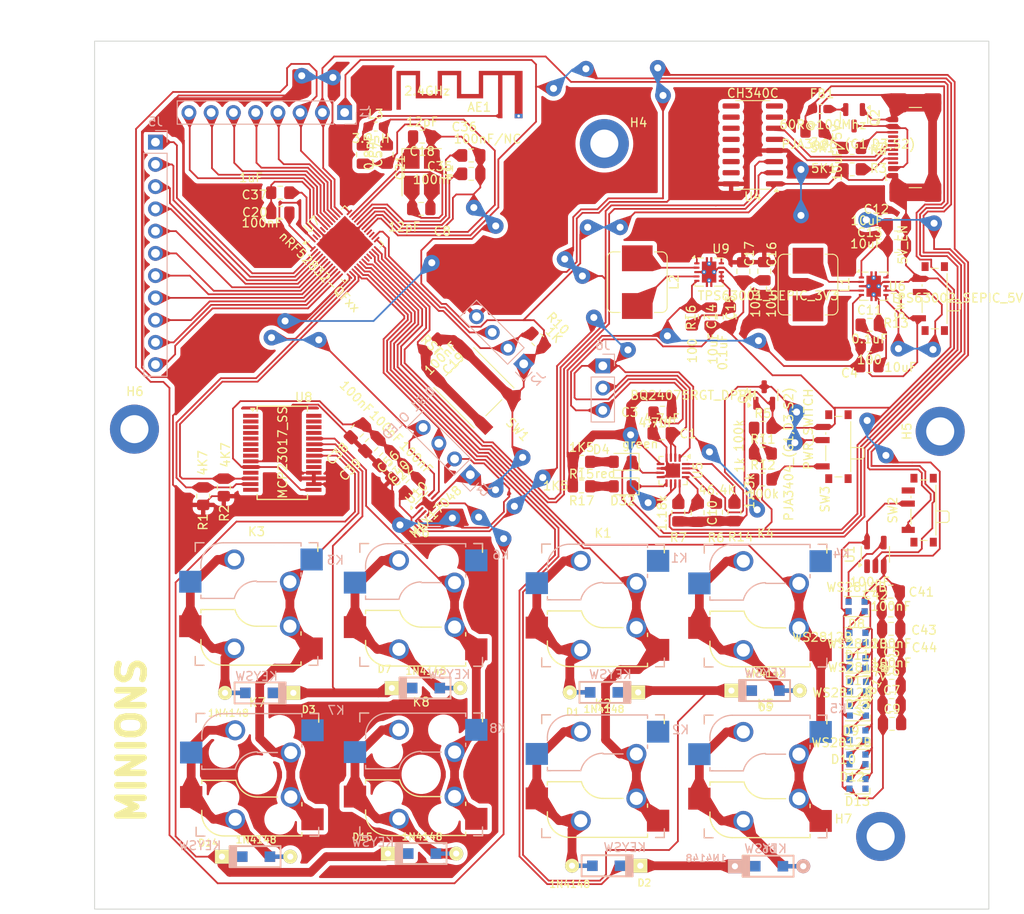
<source format=kicad_pcb>
(kicad_pcb (version 20240108) (generator "pcbnew") (generator_version "8.0")
  (title_block (title "SUDI V2 - REGIROX") (date "2025-08-30") (rev "1") (company "AHAH_TERROR"))
  (layers (0 "F.Cu" signal) (31 "B.Cu" signal) (34 "B.Paste" user) (35 "F.Paste" user) (36 "B.SilkS" user "B.Silkscreen") (37 "F.SilkS" user "F.Silkscreen") (38 "B.Mask" user) (39 "F.Mask" user) (44 "Edge.Cuts" user))
  (net 0 "")
  (net 1 "row1")
  (net 2 "Net-(D1-A)")
  (net 3 "row2")
  (net 4 "Net-(D2-A)")
  (net 5 "mcp_row1")
  (net 6 "Net-(D3-A)")
  (net 7 "Net-(D7-A)")
  (net 8 "Net-(D14-A)")
  (net 9 "Net-(D15-A)")
  (net 10 "DOUT")
  (net 11 "Net-(D10-DIN)")
  (net 13 "mcp_row2")
  (net 14 "Net-(AE1-A)")
  (net 15 "/P0.03{slash}AIN1")
  (net 16 "+3.3V")
  (net 17 "/P0.04{slash}AIN2")
  (net 18 "Net-(J5-Pin_9)")
  (net 19 "/P0.27")
  (net 20 "Net-(U7-XC1)")
  (net 21 "Net-(U7-XC2)")
  (net 22 "Net-(U7-DEC4)")
  (net 23 "+5V")
  (net 24 "GND")
  (net 25 "col1")
  (net 26 "col2")
  (net 27 "Net-(J5-Pin_7)")
  (net 28 "Net-(J5-Pin_10)")
  (net 29 "Net-(J5-Pin_8)")
  (net 30 "Net-(J5-Pin_11)")
  (net 31 "SDA")
  (net 32 "SCL")
  (net 37 "Net-(U7-DEC1)")
  (net 38 "Net-(U7-DEC2)")
  (net 39 "Net-(U7-DEC3)")
  (net 40 "Net-(U7-ANT)")
  (net 41 "/P0.31{slash}AIN7")
  (net 42 "mcp_col1")
  (net 43 "/P0.30{slash}AIN6")
  (net 44 "/P0.01{slash}XL2")
  (net 45 "/~{PGOOD}")
  (net 46 "/P0.00{slash}XL1")
  (net 47 "/P0.05{slash}AIN3")
  (net 48 "Net-(D8-DIN)")
  (net 49 "Net-(D10-DOUT)")
  (net 50 "Net-(D11-DOUT)")
  (net 51 "Net-(D12-DOUT)")
  (net 52 "Net-(D17-DOUT)")
  (net 53 "mcp_col2")
  (net 56 "+BATT")
  (net 57 "TX")
  (net 58 "VBUS")
  (net 59 "VDD")
  (net 60 "Net-(SW4-A)")
  (net 61 "Net-(U9-EN)")
  (net 62 "Net-(D4-A)")
  (net 63 "/~{CHG}")
  (net 64 "Net-(P1-D-)")
  (net 65 "Net-(P1-VCONN)")
  (net 66 "/P0.02{slash}AIN0")
  (net 67 "/SWDIO")
  (net 68 "/SWCLK")
  (net 69 "/P0.29{slash}AIN5")
  (net 70 "/P0.28{slash}AIN4")
  (net 72 "Net-(U7-P0.21{slash}~{RESET})")
  (net 73 "Net-(P1-D+)")
  (net 86 "Net-(D5-A)")
  (net 87 "Net-(D6-A)")
  (net 88 "Net-(D11-DIN)")
  (net 90 "Net-(P1-CC)")
  (net 91 "RX")
  (net 92 "/~{ALRT}")
  (net 93 "Net-(D32-A)")
  (net 94 "Net-(Q2-S)")
  (net 95 "Net-(U6-L1)")
  (net 96 "Net-(U6-L2)")
  (net 97 "Net-(U9-L2)")
  (net 98 "Net-(U9-L1)")
  (net 99 "Net-(Q2-D)")
  (net 100 "Net-(Q1-G)")
  (net 101 "/SYSOFF")
  (net 102 "/TMR")
  (net 103 "/ILIM")
  (net 104 "Net-(SW3-A)")
  (net 105 "/ISET")
  (net 106 "Net-(SW4-B)")
  (net 116 "/TS")
  (net 125 "Net-(D10-VDD)")
  (footprint "Button_Switch_SMD:SW_SPDT_PCM12" (layer "F.Cu") (at 198.702327 92.639486 90)
    (property "Reference" "SW4")
    (property "Value" "5V_EN")
  )
  (footprint "Inductor_SMD:L_0603_1608Metric_Pad1.05x0.95mm_HandSolder" (layer "F.Cu") (at 185.952326 70.997667 180)
    (property "Reference" "FB1")
    (property "Value" "60R@100Mhz")
  )
  (footprint "Resistor_SMD:R_0805_2012Metric_Pad1.20x1.40mm_HandSolder" (layer "F.Cu") (at 153.7 97.35 135)
    (property "Reference" "R10")
    (property "Value" "1K")
  )
  (footprint "LED_SMD:LED_WS2812B-2020_PLCC4_2.0x2.0mm" (layer "F.Cu") (at 190.2 134.25 180)
    (property "Reference" "D17")
    (property "Value" "WS2812B")
  )
  (footprint "Capacitor_SMD:C_0805_2012Metric_Pad1.18x1.45mm_HandSolder" (layer "F.Cu") (at 167.949828 105.677671 180)
    (property "Reference" "C3")
    (property "Value" "4.7uF")
  )
  (footprint "Capacitor_SMD:C_0805_2012Metric_Pad1.18x1.45mm_HandSolder" (layer "F.Cu") (at 133.75 76.2 -90)
    (property "Reference" "C57")
    (property "Value" "1.5pF")
  )
  (footprint "Capacitor_SMD:C_0805_2012Metric_Pad1.18x1.45mm_HandSolder" (layer "F.Cu") (at 194.1 134.7)
    (property "Reference" "C5")
    (property "Value" "100nF")
  )
  (footprint "MountingHole:MountingHole_3.2mm_M3_DIN965_Pad" (layer "F.Cu") (at 199.65 107.8 90)
    (property "Reference" "H5")
    (property "Value" "MountingHole_Pad" (hide yes))
  )
  (footprint "Capacitor_SMD:C_0805_2012Metric_Pad1.18x1.45mm_HandSolder" (layer "F.Cu") (at 194 128.25)
    (property "Reference" "C42")
    (property "Value" "100nF")
  )
  (footprint "Capacitor_SMD:C_0805_2012Metric_Pad1.18x1.45mm_HandSolder" (layer "F.Cu") (at 193.999998 126.100001)
    (property "Reference" "C41")
    (property "Value" "100nF")
  )
  (footprint "Capacitor_SMD:C_0805_2012Metric_Pad1.18x1.45mm_HandSolder" (layer "F.Cu") (at 177.172327 89.535169 -90)
    (property "Reference" "C17")
    (property "Value" "10uF")
  )
  (footprint "Capacitor_SMD:C_0805_2012Metric_Pad1.18x1.45mm_HandSolder" (layer "F.Cu") (at 194.05 130.35)
    (property "Reference" "C43")
    (property "Value" "100nF")
  )
  (footprint "Capacitor_SMD:C_0805_2012Metric_Pad1.18x1.45mm_HandSolder" (layer "F.Cu") (at 136.347996 110.946876 45)
    (property "Reference" "C40")
    (property "Value" "100nF")
  )
  (footprint "Package_SO:SOIC-16_3.9x9.9mm_P1.27mm" (layer "F.Cu") (at 178.252327 75.097669 180)
    (property "Reference" "U4")
    (property "Value" "CH340C")
  )
  (footprint "Resistor_SMD:R_0805_2012Metric_Pad1.20x1.40mm_HandSolder" (layer "F.Cu") (at 189.602326 75.447669 180)
    (property "Reference" "R4")
    (property "Value" "5K1")
  )
  (footprint "Button_Switch_SMD:SW_Push_1P1T_NO_6x6mm_H9.5mm" (layer "F.Cu") (at 146.40174 102.819759 -45)
    (property "Reference" "SW1")
    (property "Value" "RST")
  )
  (footprint "Capacitor_SMD:C_0805_2012Metric_Pad1.18x1.45mm_HandSolder" (layer "F.Cu") (at 167.849828 108.027671 180)
    (property "Reference" "C1")
    (property "Value" "4.7uF")
  )
  (footprint "Capacitor_SMD:C_0805_2012Metric_Pad1.18x1.45mm_HandSolder" (layer "F.Cu") (at 140.5 74.15 180)
    (property "Reference" "C18")
    (property "Value" "12pF")
  )
  (footprint "Capacitor_SMD:C_0805_2012Metric_Pad1.18x1.45mm_HandSolder" (layer "F.Cu") (at 139.353197 114.022791 45)
    (property "Reference" "C22")
    (property "Value" "0.1uF")
  )
  (footprint "Capacitor_SMD:C_0805_2012Metric_Pad1.18x1.45mm_HandSolder" (layer "F.Cu") (at 137.806399 112.475994 45)
    (property "Reference" "C56")
    (property "Value" "0.1uF")
  )
  (footprint "canadian_footprints:D_SOD123_axial-dual" (layer "F.Cu") (at 161.51 157.4 180)
    (property "Reference" "D2")
    (property "Value" "1N4148")
  )
  (footprint "Capacitor_SMD:C_0805_2012Metric_Pad1.18x1.45mm_HandSolder" (layer "F.Cu") (at 141.628769 98.046789 45)
    (property "Reference" "C19")
    (property "Value" "100nF")
  )
  (footprint "LED_SMD:LED_WS2812B-2020_PLCC4_2.0x2.0mm" (layer "F.Cu") (at 190.2 131.35 180)
    (property "Reference" "D11")
    (property "Value" "WS2812B")
  )
  (footprint "Resistor_SMD:R_0805_2012Metric_Pad1.20x1.40mm_HandSolder" (layer "F.Cu") (at 179.402329 110.347669)
    (property "Reference" "R11")
    (property "Value" "1k")
  )
  (footprint "Capacitor_SMD:C_0805_2012Metric_Pad1.18x1.45mm_HandSolder" (layer "F.Cu") (at 194.702327 86.639486)
    (property "Reference" "C13")
    (property "Value" "10uF")
  )
  (footprint "Package_TO_SOT_SMD:SOT-23-5_HandSoldering" (layer "F.Cu") (at 192.25 121.85 90)
    (property "Reference" "U1")
    (property "Value" "SN74LV1T34DBV")
  )
  (footprint "Capacitor_SMD:C_0805_2012Metric_Pad1.18x1.45mm_HandSolder" (layer "F.Cu") (at 173.452328 94.697671 -90)
    (property "Reference" "C14")
    (property "Value" "10uF")
  )
  (footprint "Resistor_SMD:R_0805_2012Metric_Pad1.20x1.40mm_HandSolder" (layer "F.Cu") (at 179.402331 113.297673)
    (property "Reference" "R12")
    (property "Value" "100k")
  )
  (footprint "Package_SON:Texas_DRC0010J_ThermalVias" (layer "F.Cu") (at 192.052328 91.229485)
    (property "Reference" "U6")
    (property "Value" "TPS63002_SEPIC_5V")
  )
  (footprint "Capacitor_SMD:C_0805_2012Metric_Pad1.18x1.45mm_HandSolder" (layer "F.Cu") (at 134.721648 109.320531 45)
    (property "Reference" "C39")
    (property "Value" "100nF")
  )
  (footprint "Capacitor_SMD:C_0805_2012Metric_Pad1.18x1.45mm_HandSolder" (layer "F.Cu") (at 194.1 136.85)
    (property "Reference" "C6")
    (property "Value" "100nF")
  )
  (footprint "Button_Switch_SMD:SW_SPDT_PCM12" (layer "F.Cu") (at 197.430002 116.8 90)
    (property "Reference" "SW2")
    (property "Value" "SW_RGB")
  )
  (footprint "LED_SMD:LED_WS2812B-2020_PLCC4_2.0x2.0mm" (layer "F.Cu") (at 190.1 127.8 180)
    (property "Reference" "D8")
    (property "Value" "WS2812B")
  )
  (footprint "Resistor_SMD:R_0805_2012Metric_Pad1.20x1.40mm_HandSolder" (layer "F.Cu") (at 179.402333 107.397671)
    (property "Reference" "R5")
    (property "Value" "100k")
  )
  (footprint "RF_Antenna:Texas_SWRA117D_2.4GHz_Left" (layer "F.Cu") (at 149.41679 71.790455)
    (property "Reference" "AE1")
    (property "Value" "2.4GHz")
  )
  (footprint "Capacitor_SMD:C_0805_2012Metric_Pad1.18x1.45mm_HandSolder" (layer "F.Cu") (at 185.30233 73.547669)
    (property "Reference" "C2")
    (property "Value" "10uF/5V")
  )
  (footprint "Capacitor_SMD:C_0805_2012Metric_Pad1.18x1.45mm_HandSolder" (layer "F.Cu") (at 124.3 82.85)
    (property "Reference" "C20")
    (property "Value" "100nF")
  )
  (footprint "Resistor_SMD:R_0805_2012Metric_Pad1.20x1.40mm_HandSolder" (layer "F.Cu") (at 115.5 115.2 90)
    (property "Reference" "R1")
    (property "Value" "4K7")
  )
  (footprint "Capacitor_SMD:C_0805_2012Metric_Pad1.18x1.45mm_HandSolder" (layer "F.Cu") (at 194.05 132.55)
    (property "Reference" "C44")
    (property "Value" "100nF")
  )
  (footprint "Resistor_SMD:R_0805_2012Metric_Pad1.20x1.40mm_HandSolder" (layer "F.Cu") (at 158.699828 114.07767 180)
    (property "Reference" "R17")
    (property "Value" "1K5")
  )
  (footprint "Resistor_SMD:R_0805_2012Metric_Pad1.20x1.40mm_HandSolder" (layer "F.Cu") (at 189.602326 77.877664 180)
    (property "Reference" "R3")
    (property "Value" "5K1")
  )
  (footprint "Connector_USB:USB_C_Receptacle_GCT_USB4110" (layer "F.Cu") (at 197.952327 75.397666 90)
    (property "Reference" "P1")
    (property "Value" "USB_C_Plug_USB2.0")
  )
  (footprint "Inductor_SMD:L_Bourns_SRP7028A_7.3x6.6mm" (layer "F.Cu") (at 184.552327 91.039486 -90)
    (property "Reference" "L1")
    (property "Value" "22uH")
  )
  (footprint "Capacitor_SMD:C_0805_2012Metric_Pad1.18x1.45mm_HandSolder" (layer "F.Cu") (at 136.45 76.2 -90)
    (property "Reference" "C21")
    (property "Value" "0.8pF")
  )
  (footprint "Resistor_SMD:R_0805_2012Metric_Pad1.20x1.40mm_HandSolder" (layer "F.Cu") (at 176.152328 117.047671 -90)
    (property "Reference" "R14")
    (property "Value" "1.13k")
  )
  (footprint "Package_DFN_QFN:QFN-48-1EP_6x6mm_P0.4mm_EP4.6x4.6mm" (layer "F.Cu") (at 131.66679 86.440455 45)
    (property "Reference" "U7")
    (property "Value" "nRF52832-QFxx")
  )
  (footprint "Crystal:Crystal_SMD_3225-4Pin_3.2x2.5mm_HandSoldering" (layer "F.Cu") (at 140.456066 78.21845 -90)
    (property "Reference" "Y1")
    (property "Value" "32MHz_CF4032M00020001")
  )
  (footprint "Resistor_SMD:R_0805_2012Metric_Pad1.20x1.40mm_HandSolder" (layer "F.Cu") (at 117.85 114.2 90)
    (property "Reference" "R2")
    (property "Value" "4K7")
  )
  (footprint "Package_DFN_QFN:VQFN-16-1EP_3x3mm_P0.5mm_EP1.6x1.6mm" (layer "F.Cu") (at 169.149828 112.277671 -90)
    (property "Reference" "U5")
    (property "Value" "BQ24075RGT_DPPM")
  )
  (footprint "Resistor_SMD:R_0805_2012Metric_Pad1.20x1.40mm_HandSolder" (layer "F.Cu") (at 171.302328 94.697671 -90)
    (property "Reference" "R16")
    (property "Value" "100")
  )
  (footprint "Capacitor_SMD:C_0805_2012Metric_Pad1.18x1.45mm_HandSolder" (layer "F.Cu") (at 146.1 78.4 180)
    (property "Reference" "C35")
    (property "Value" "100nF")
  )
  (footprint "Capacitor_SMD:C_0805_2012Metric_Pad1.18x1.45mm_HandSolder" (layer "F.Cu") (at 191.602327 95.639486)
    (property "Reference" "C11")
    (property "Value" "0.1uF")
  )
  (footprint "canadian_footprints:D_SOD123_axial-dual" (layer "F.Cu") (at 121.54 156.36)
    (property "Reference" "D14")
    (property "Value" "1N4148")
  )
  (footprint "canadian_footprints:D_SOD123_axial-dual" (layer "F.Cu") (at 140.94 137.11)
    (property "Reference" "D7")
    (property "Value" "1N4148")
  )
  (footprint "LED_SMD:LED_WS2812B-2020_PLCC4_2.0x2.0mm" (layer "F.Cu") (at 190.25 139.7 180)
    (property "Reference" "D9")
    (property "Value" "WS2812B")
  )
  (footprint "canadian_footprints:D_SOD123_axial-dual" (layer "F.Cu") (at 161.26 137.6 180)
    (property "Reference" "D1")
    (property "Value" "1N4148")
  )
  (footprint "Capacitor_SMD:C_0805_2012Metric_Pad1.18x1.45mm_HandSolder" (layer "F.Cu") (at 194.702327 84.189487)
    (property "Reference" "C12")
    (property "Value" "10uF")
  )
  (footprint "Capacitor_SMD:C_0805_2012Metric_Pad1.18x1.45mm_HandSolder" (layer "F.Cu") (at 179.562328 89.515171 -90)
    (property "Reference" "C16")
    (property "Value" "10uF")
  )
  (footprint "Capacitor_SMD:C_0805_2012Metric_Pad1.18x1.45mm_HandSolder" (layer "F.Cu") (at 146.1 76.3 180)
    (property "Reference" "C36")
    (property "Value" "100nF/NC")
  )
  (footprint "Package_TO_SOT_SMD:SOT-23" (layer "F.Cu") (at 189.814828 71.997667 -90)
    (property "Reference" "Q2")
    (property "Value" "PJA3405_(G1,D3,S2)")
  )
  (footprint "Capacitor_SMD:C_0805_2012Metric_Pad1.18x1.45mm_HandSolder" (layer "F.Cu") (at 175.612328 94.715171 -90)
    (property "Reference" "C15")
    (property "Value" "0.1uF")
  )
  (footprint "Capacitor_SMD:C_0805_2012Metric_Pad1.18x1.45mm_HandSolder" (layer "F.Cu") (at 140.4 82.4)
    (property "Reference" "C8")
    (property "Value" "12pF")
  )
  (footprint "LED_SMD:LED_0805_2012Metric_Pad1.15x1.40mm_HandSolder" (layer "F.Cu") (at 163.399827 111.277671 180)
    (property "Reference" "D4")
    (property "Value" "green")
  )
  (footprint "canadian_footprints:D_SOD123_axial-dual" (layer "F.Cu") (at 140.49 156.01)
    (property "Reference" "D15")
    (property "Value" "1N4148")
  )
  (footprint "MountingHole:MountingHole_3.2mm_M3_DIN965_Pad" (layer "F.Cu") (at 161.3 74.95 90)
    (property "Reference" "H4")
    (property "Value" "MountingHole_Pad" (hide yes))
  )
  (footprint "Resistor_SMD:R_0805_2012Metric_Pad1.20x1.40mm_HandSolder" (layer "F.Cu") (at 191.569948 97.974432)
    (property "Reference" "R13")
    (property "Value" "100")
  )
  (footprint "Capacitor_SMD:C_0805_2012Metric_Pad1.18x1.45mm_HandSolder" (layer "F.Cu") (at 194.15 141.2)
    (property "Reference" "C9")
    (property "Value" "100nF")
  )
  (footprint "Package_SO:SSOP-28_5.3x10.2mm_P0.65mm" (layer "F.Cu") (at 124.53 110.25)
    (property "Reference" "U8")
    (property "Value" "MCP23017_SS")
  )
  (footprint "LED_SMD:LED_WS2812B-2020_PLCC4_2.0x2.0mm" (layer "F.Cu") (at 190.2 142.5 180)
    (property "Reference" "D10")
    (property "Value" "WS2812B")
  )
  (footprint "Capacitor_SMD:C_0805_2012Metric_Pad1.18x1.45mm_HandSolder" (layer "F.Cu") (at 124.3 80.55)
    (property "Reference" "C37")
    (property "Value" "1uF")
  )
  (footprint "Resistor_SMD:R_0805_2012Metric_Pad1.20x1.40mm_HandSolder" (layer "F.Cu") (at 158.699828 111.27767 180)
    (property "Reference" "R15")
    (property "Value" "1K5")
  )
  (footprint "canadian_footprints:D_SOD123_axial-dual" (layer "F.Cu") (at 179.71 137.4)
    (property "Reference" "D5")
    (property "Value" "1N4148")
  )
  (footprint "Package_SON:Texas_DRC0010J_ThermalVias" (layer "F.Cu") (at 173.262328 89.615171)
    (property "Reference" "U9")
    (property "Value" "TPS63001_SEPIC_3V3")
  )
  (footprint "Resistor_SMD:R_0805_2012Metric_Pad1.20x1.40mm_HandSolder" (layer "F.Cu") (at 174.052328 117.047671 -90)
    (property "Reference" "R6")
    (property "Value" "46.4K")
  )
  (footprint "Capacitor_SMD:C_0805_2012Metric_Pad1.18x1.45mm_HandSolder" (layer "F.Cu") (at 171.952328 117.097671 -90)
    (property "Reference" "C10")
    (property "Value" "1uF")
  )
  (footprint "Capacitor_SMD:C_0805_2012Metric_Pad1.18x1.45mm_HandSolder" (layer "F.Cu") (at 194.1 139.05)
    (property "Reference" "C7")
    (property "Value" "100nF")
  )
  (footprint "Button_Switch_SMD:SW_SPDT_PCM12" (layer "F.Cu") (at 187.702328 109.547671 90)
    (property "Reference" "SW3")
    (property "Value" "PWR_SWITCH")
  )
  (footprint "Resistor_SMD:R_0805_2012Metric_Pad1.20x1.40mm_HandSolder" (layer "F.Cu") (at 169.749828 117.077671 -90)
    (property "Reference" "R7")
    (property "Value" "1.18k")
  )
  (footprint "LED_SMD:LED_0805_2012Metric_Pad1.15x1.40mm_HandSolder" (layer "F.Cu") (at 163.399828 114.077671 180)
    (property "Reference" "D32")
    (property "Value" "red")
  )
  (footprint "LED_SMD:LED_WS2812B-2020_PLCC4_2.0x2.0mm" (layer "F.Cu") (at 190.263858 136.949723 180)
    (property "Reference" "D23")
    (property "Value" "WS2812B")
  )
  (footprint "canadian_footprints:D_SOD123_axial-dual" (layer "F.Cu") (at 121.89 137.66 180)
    (property "Reference" "D3")
    (property "Value" "1N4148")
  )
  (footprint "Package_DFN_QFN:DFN-8-1EP_2x2mm_P0.5mm_EP0.8x1.6mm" (layer "F.Cu") (at 141.244709 116.197145 45)
    (property "Reference" "U10")
    (property "Value" "MAX17048")
  )
  (footprint "Capacitor_SMD:C_0805_2012Metric_Pad1.18x1.45mm_HandSolder" (layer "F.Cu") (at 191.552328 100.339486)
    (property "Reference" "C4")
    (property "Value" "10uF")
  )
  (footprint "Package_TO_SOT_SMD:SOT-23" (layer "F.Cu") (at 179.55233 103.647671 90)
    (property "Reference" "Q1")
    (property "Value" "PJA3404_(G1,D3,S2)")
  )
  (footprint "LED_SMD:LED_WS2812B-2020_PLCC4_2.0x2.0mm" (layer "F.Cu") (at 190.2 148.05 180)
    (property "Reference" "D13")
    (property "Value" "WS2812B" (hide yes))
  )
  (footprint "Inductor_SMD:L_0603_1608Metric_Pad1.05x0.95mm_HandSolder" (layer "F.Cu") (at 135.2 73)
    (property "Reference" "L3")
    (property "Value" "3.9nH")
  )
  (footprint "Capacitor_SMD:C_0805_2012Metric_Pad1.18x1.45mm_HandSolder" (layer "F.Cu") (at 133.086463 107.738378 45)
    (property "Reference" "C38")
    (property "Value" "100nF")
  )
  (footprint "MountingHole:MountingHole_3.2mm_M3_DIN965_Pad" (layer "F.Cu") (at 192.85 154.05 90)
    (property "Reference" "H7")
    (property "Value" "MountingHole_Pad" (hide yes))
  )
  (footprint "LED_SMD:LED_WS2812B-2020_PLCC4_2.0x2.0mm" (layer "F.Cu") (at 190.2 145.25 180)
    (property "Reference" "D12")
    (property "Value" "WS2812B")
  )
  (footprint "MountingHole:MountingHole_3.2mm_M3_DIN965_Pad" (layer "F.Cu") (at 107.65 107.55 90)
    (property "Reference" "H6")
    (property "Value" "MountingHole_Pad" (hide yes))
  )
  (footprint "Inductor_SMD:L_Bourns_SRP7028A_7.3x6.6mm" (layer "F.Cu") (at 165.062328 90.765171 -90)
    (property "Reference" "L2")
    (property "Value" "22uH")
  )
  (footprint "Connector_PinHeader_2.54mm:PinHeader_1x03_P2.54mm_Vertical" (layer "B.Cu") (at 161.127328 100.322672 180)
    (property "Reference" "J6")
    (property "Value" "ConnBattery")
  )
  (footprint "Connector_PinHeader_2.54mm:PinHeader_1x04_P2.54mm_Vertical" (layer "B.Cu") (at 152.096051 100.096052 45)
    (property "Reference" "J2")
    (property "Value" "SWD_JLINK")
  )
  (footprint "keyswitches.pretty-master:Kailh_socket_MX_optional_reversible_platemount" (layer "B.Cu") (at 140.39 146.96 180)
    (property "Reference" "K8")
    (property "Value" "KEYSW")
  )
  (footprint "keyswitches.pretty-master:Kailh_socket_MX_optional_reversible_platemount" (layer "B.Cu") (at 121.69 147.01 180)
    (property "Reference" "K7")
    (property "Value" "KEYSW")
  )
  (footprint "keyswitches.pretty-master:Kailh_socket_MX_optional_reversible_platemount" (layer "B.Cu") (at 140.39 127.61 180)
    (property "Reference" "K6")
    (property "Value" "KEYSW")
  )
  (footprint "keyswitches.pretty-master:Kailh_socket_MX_optional_reversible_platemount" (layer "B.Cu") (at 179.71 147.2 180)
    (property "Reference" "K5")
    (property "Value" "KEYSW")
  )
  (footprint "keyswitches.pretty-master:Kailh_socket_MX_optional_reversible_platemount" (layer "B.Cu") (at 161.15 147.17 180)
    (property "Reference" "K2")
    (property "Value" "KEYSW")
  )
  (footprint "Connector_PinHeader_2.54mm:PinHeader_1x08_P2.54mm_Vertical" (layer "B.Cu") (at 131.65 71.4 90)
    (property "Reference" "J1")
    (property "Value" "Pinout")
  )
  (footprint "keyswitches.pretty-master:Kailh_socket_MX_optional_reversible_platemount" (layer "B.Cu") (at 121.59 127.51 180)
    (property "Reference" "K3")
    (property "Value" "KEYSW")
  )
  (footprint "canadian_footprints:D_SOD123_axial-dual" (layer "B.Cu") (at 180.11 157.45)
    (property "Reference" "D6")
    (property "Value" "1N4148")
  )
  (footprint "keyswitches.pretty-master:Kailh_socket_MX_optional_reversible_platemount" (layer "B.Cu") (at 179.71 127.7 180)
    (property "Reference" "K4")
    (property "Value" "KEYSW")
  )
  (footprint "Connector_PinHeader_2.54mm:PinHeader_1x11_P2.54mm_Vertical" (layer "B.Cu") (at 110.05 74.78 180)
    (property "Reference" "J5")
    (property "Value" "Pinout")
  )
  (footprint "Connector_PinHeader_2.54mm:PinHeader_1x04_P2.54mm_Vertical" (layer "B.Cu") (at 146 112.75 45)
    (property "Reference" "J3")
    (property "Value" "0.91 OLED")
  )
  (footprint "keyswitches.pretty-master:Kailh_socket_MX_optional_reversible_platemount" (layer "B.Cu") (at 161.15 127.67 180)
    (property "Reference" "K1")
    (property "Value" "KEYSW")
  )
  (gr_rect (start 103.1 63.25) (end 205.2 162.35) (stroke (width 0.1)) (fill none) (layer "Edge.Cuts"))
  (gr_text "MINIONS" (at 109.1 152.85 90) (layer "F.SilkS") (effects (font (size 3 3) (thickness 0.75) (bold yes)) (justify left bottom)))
  (segment (start 165.36 137.4) (end 165.16 137.6) (width 1) (layer "F.Cu") (net 1))
  (segment (start 161.7 155.6) (end 168.7 155.6) (width 0.2) (layer "F.Cu") (net 1))
  (segment (start 136.9 97.602942) (end 136.9 100.781371) (width 0.2) (layer "F.Cu") (net 1))
  (segment (start 161.5 158.4) (end 161.5 155.8) (width 0.2) (layer "F.Cu") (net 1))
  (segment (start 146.768629 110.65) (end 147.884314 110.65) (width 0.2) (layer "F.Cu") (net 1))
  (segment (start 175.81 137.4) (end 165.36 137.4) (width 1) (layer "F.Cu") (net 1))
  (segment (start 173.25 137.4) (end 175.81 137.4) (width 0.2) (layer "F.Cu") (net 1))
  (segment (start 152.015 126.141649) (end 152.015 156.165) (width 0.2) (layer "F.Cu") (net 1))
  (segment (start 169.7 154.6) (end 169.7 140.95) (width 0.2) (layer "F.Cu") (net 1))
  (segment (start 168.7 155.6) (end 169.7 154.6) (width 0.2) (layer "F.Cu") (net 1))
  (segment (start 139.259314 94.306372) (end 139.259314 95.243628) (width 0.2) (layer "F.Cu") (net 1))
  (segment (start 161.5 155.8) (end 161.7 155.6) (width 0.2) (layer "F.Cu") (net 1))
  (segment (start 169.7 140.95) (end 173.25 137.4) (width 0.2) (layer "F.Cu") (net 1))
  (segment (start 147.75 110.65) (end 147.884314 110.65) (width 0.2) (layer "F.Cu") (net 1))
  (segment (start 152.015 156.165) (end 154.95 159.1) (width 0.2) (layer "F.Cu") (net 1))
  (segment (start 133.927807 89.55) (end 134.502942 89.55) (width 0.2) (layer "F.Cu") (net 1))
  (segment (start 156.067157 118.832843) (end 156.067157 122.089492) (width 0.2) (layer "F.Cu") (net 1))
  (segment (start 156.067157 122.089492) (end 152.015 126.141649) (width 0.2) (layer "F.Cu") (net 1))
  (segment (start 133.328491 88.950684) (end 133.927807 89.55) (width 0.2) (layer "F.Cu") (net 1))
  (segment (start 139.259314 95.243628) (end 136.9 97.602942) (width 0.2) (layer "F.Cu") (net 1))
  (segment (start 134.502942 89.55) (end 139.259314 94.306372) (width 0.2) (layer "F.Cu") (net 1))
  (segment (start 136.9 100.781371) (end 146.768629 110.65) (width 0.2) (layer "F.Cu") (net 1))
  (segment (start 160.8 159.1) (end 161.5 158.4) (width 0.2) (layer "F.Cu") (net 1))
  (segment (start 154.95 159.1) (end 160.8 159.1) (width 0.2) (layer "F.Cu") (net 1))
  (segment (start 147.884314 110.65) (end 156.067157 118.832843) (width 0.2) (layer "F.Cu") (net 1))
  (segment (start 156.13 132.75) (end 158.61 132.75) (width 1) (layer "F.Cu") (net 2))
  (segment (start 156.698019 122.59) (end 158.61 122.59) (width 1) (layer "F.Cu") (net 2))
  (segment (start 157.36 134) (end 158.61 132.75) (width 1) (layer "F.Cu") (net 2))
  (segment (start 153.59 130.21) (end 156.13 132.75) (width 1) (layer "F.Cu") (net 2))
  (segment (start 153.59 125.698019) (end 156.698019 122.59) (width 1) (layer "F.Cu") (net 2))
  (segment (start 153.59 130.21) (end 153.59 125.698019) (width 1) (layer "F.Cu") (net 2))
  (segment (start 157.36 137.6) (end 157.36 134) (width 1) (layer "F.Cu") (net 2))
  (segment (start 146.602943 111.05) (end 147.718628 111.05) (width 0.2) (layer "F.Cu") (net 3))
  (segment (start 151.615 156.330686) (end 154.784314 159.5) (width 0.2) (layer "F.Cu") (net 3))
  (segment (start 151.615 125.975963) (end 151.615 156.330686) (width 0.2) (layer "F.Cu") (net 3))
  (segment (start 155.667157 121.923806) (end 151.615 125.975963) (width 0.2) (layer "F.Cu") (net 3))
  (segment (start 176.16 157.4) (end 176.21 157.45) (width 1) (layer "F.Cu") (net 3))
  (segment (start 136.5 97.437256) (end 136.5 100.947057) (width 0.2) (layer "F.Cu") (net 3))
  (segment (start 136.5 100.947057) (end 146.602943 111.05) (width 0.2) (layer "F.Cu") (net 3))
  (segment (start 160.985 159.5) (end 163.085 157.4) (width 0.2) (layer "F.Cu") (net 3))
  (segment (start 154.784314 159.5) (end 160.985 159.5) (width 0.2) (layer "F.Cu") (net 3))
  (segment (start 134.337256 89.95) (end 138.859314 94.472058) (width 0.2) (layer "F.Cu") (net 3))
  (segment (start 147.718628 111.05) (end 155.667157 118.998529) (width 0.2) (layer "F.Cu") (net 3))
  (segment (start 133.045647 89.233527) (end 133.76212 89.95) (width 0.2) (layer "F.Cu") (net 3))
  (segment (start 138.859314 94.472058) (end 138.859314 95.077942) (width 0.2) (layer "F.Cu") (net 3))
  (segment (start 133.76212 89.95) (end 134.337256 89.95) (width 0.2) (layer "F.Cu") (net 3))
  (segment (start 165.41 157.4) (end 176.16 157.4) (width 1) (layer "F.Cu") (net 3))
  (segment (start 138.859314 95.077942) (end 136.5 97.437256) (width 0.2) (layer "F.Cu") (net 3))
  (segment (start 155.667157 118.998529) (end 155.667157 121.923806) (width 0.2) (layer "F.Cu") (net 3))
  (segment (start 157.61 157.4) (end 157.61 153.25) (width 1) (layer "F.Cu") (net 4))
  (segment (start 156.698019 142.09) (end 158.61 142.09) (width 1) (layer "F.Cu") (net 4))
  (segment (start 157.61 153.25) (end 158.61 152.25) (width 1) (layer "F.Cu") (net 4))
  (segment (start 153.59 145.198019) (end 156.698019 142.09) (width 1) (layer "F.Cu") (net 4))
  (segment (start 153.59 149.71) (end 153.59 145.198019) (width 1) (layer "F.Cu") (net 4))
  (segment (start 156.13 152.25) (end 158.61 152.25) (width 1) (layer "F.Cu") (net 4))
  (segment (start 153.59 149.71) (end 156.13 152.25) (width 1) (layer "F.Cu") (net 4))
  (segment (start 133.68 117.5) (end 133.68 112.368628) (width 0.2) (layer "F.Cu") (net 5))
  (segment (start 130.3 120.88) (end 130.3 137.01) (width 0.2) (layer "F.Cu") (net 5))
  (segment (start 131.515 119.665) (end 133.68 117.5) (width 0.2) (layer "F.Cu") (net 5))
  (segment (start 136.49 137.66) (end 137.04 137.11) (width 1) (layer "F.Cu") (net 5))
  (segment (start 130.3 137.01) (end 130.95 137.66) (width 0.2) (layer "F.Cu") (net 5))
  (segment (start 130.586372 109.275) (end 128.13 109.275) (width 0.2) (layer "F.Cu") (net 5))
  (segment (start 131.84 119.34) (end 130.3 120.88) (width 0.2) (layer "F.Cu") (net 5))
  (segment (start 133.68 112.368628) (end 130.586372 109.275) (width 0.2) (layer "F.Cu") (net 5))
  (segment (start 125.79 137.66) (end 136.49 137.66) (width 1) (layer "F.Cu") (net 5))
  (segment (start 130.95 137.66) (end 136.49 137.66) (width 0.2) (layer "F.Cu") (net 5))
  (segment (start 114.03 130.05) (end 116.57 132.59) (width 1) (layer "F.Cu") (net 6))
  (segment (start 116.57 132.59) (end 119.05 132.59) (width 1) (layer "F.Cu") (net 6))
  (segment (start 117.99 137.66) (end 117.99 133.65) (width 1) (layer "F.Cu") (net 6))
  (segment (start 117.99 133.65) (end 119.05 132.59) (width 1) (layer "F.Cu") (net 6))
  (segment (start 117.138019 122.43) (end 119.05 122.43) (width 1) (layer "F.Cu") (net 6))
  (segment (start 114.03 125.538019) (end 117.138019 122.43) (width 1) (layer "F.Cu") (net 6))
  (segment (start 114.03 130.05) (end 114.03 125.538019) (width 1) (layer "F.Cu") (net 6))
  (segment (start 137.85 132.69) (end 135.37 132.69) (width 1) (layer "F.Cu") (net 7))
  (segment (start 132.83 130.15) (end 132.83 125.638019) (width 1) (layer "F.Cu") (net 7))
  (segment (start 142.515 137.11) (end 142.27 137.11) (width 1) (layer "F.Cu") (net 7))
  (segment (start 135.938019 122.53) (end 137.85 122.53) (width 1) (layer "F.Cu") (net 7))
  (segment (start 135.37 132.69) (end 132.83 130.15) (width 1) (layer "F.Cu") (net 7))
  (segment (start 132.83 125.638019) (end 135.938019 122.53) (width 1) (layer "F.Cu") (net 7))
  (segment (start 142.27 137.11) (end 137.85 132.69) (width 1) (layer "F.Cu") (net 7))
  (segment (start 119.15 152.395) (end 123.115 156.36) (width 1) (layer "F.Cu") (net 8))
  (segment (start 116.67 152.09) (end 114.13 149.55) (width 1) (layer "F.Cu") (net 8))
  (segment (start 114.13 143.82) (end 116.02 141.93) (width 1) (layer "F.Cu") (net 8))
  (segment (start 119.15 152.09) (end 119.15 152.395) (width 1) (layer "F.Cu") (net 8))
  (segment (start 119.15 152.09) (end 116.67 152.09) (width 1) (layer "F.Cu") (net 8))
  (segment (start 114.13 149.55) (end 114.13 143.82) (width 1) (layer "F.Cu") (net 8))
  (segment (start 116.02 141.93) (end 119.15 141.93) (width 1) (layer "F.Cu") (net 8))
  (segment (start 132.83 144.988019) (end 135.938019 141.88) (width 1) (layer "F.Cu") (net 9))
  (segment (start 132.83 149.5) (end 132.83 144.988019) (width 1) (layer "F.Cu") (net 9))
  (segment (start 135.938019 141.88) (end 137.85 141.88) (width 1) (layer "F.Cu") (net 9))
  (segment (start 144.39 156.01) (end 141.82 156.01) (width 1) (layer "F.Cu") (net 9))
  (segment (start 141.82 156.01) (end 137.85 152.04) (width 1) (layer "F.Cu") (net 9))
  (segment (start 135.37 152.04) (end 132.83 149.5) (width 1) (layer "F.Cu") (net 9))
  (segment (start 137.85 152.04) (end 135.37 152.04) (width 1) (layer "F.Cu") (net 9))
  (segment (start 189.335 139.149999) (end 189.528583 139.149999) (width 0.2) (layer "F.Cu") (net 10))
  (segment (start 189.528583 139.149999) (end 191.178859 137.499723) (width 0.2) (layer "F.Cu") (net 10))
  (segment (start 190.984998 140.250001) (end 189.285 141.949999) (width 0.2) (layer "F.Cu") (net 11))
  (segment (start 191.165 140.250001) (end 190.984998 140.250001) (width 0.2) (layer "F.Cu") (net 11))
  (segment (start 131.704314 118.1) (end 119.3 118.1) (width 0.2) (layer "F.Cu") (net 13))
  (segment (start 129.57 156.36) (end 127.78 158.15) (width 1) (layer "F.Cu") (net 13))
  (segment (start 118.53 158.15) (end 117.64 157.26) (width 1) (layer "F.Cu") (net 13))
  (segment (start 114.675686 156.36) (end 117.64 156.36) (width 0.2) (layer "F.Cu") (net 13))
  (segment (start 127.78 158.15) (end 118.53 158.15) (width 1) (layer "F.Cu") (net 13))
  (segment (start 136.24 156.36) (end 129.57 156.36) (width 1) (layer "F.Cu") (net 13))
  (segment (start 132.83 116.974314) (end 131.704314 118.1) (width 0.2) (layer "F.Cu") (net 13))
  (segment (start 136.59 156.01) (end 136.24 156.36) (width 1) (layer "F.Cu") (net 13))
  (segment (start 119.965 156.36) (end 119.965 156.355) (width 1) (layer "F.Cu") (net 13))
  (segment (start 132.83 112.65) (end 132.83 116.974314) (width 0.2) (layer "F.Cu") (net 13))
  (segment (start 112.35 125.05) (end 112.35 154.034314) (width 0.2) (layer "F.Cu") (net 13))
  (segment (start 119.3 118.1) (end 112.35 125.05) (width 0.2) (layer "F.Cu") (net 13))
  (segment (start 112.35 154.034314) (end 114.675686 156.36) (width 0.2) (layer "F.Cu") (net 13))
  (segment (start 130.755 110.575) (end 132.83 112.65) (width 0.2) (layer "F.Cu") (net 13))
  (segment (start 128.13 110.575) (end 130.755 110.575) (width 0.2) (layer "F.Cu") (net 13))
  (segment (start 117.64 157.26) (end 117.64 156.36) (width 1) (layer "F.Cu") (net 13))
  (segment (start 133.75 73.575) (end 134.325 73) (width 0.2) (layer "F.Cu") (net 14))
  (segment (start 135.534545 71.790455) (end 149.41679 71.790455) (width 0.2) (layer "F.Cu") (net 14))
  (segment (start 134.325 73) (end 135.534545 71.790455) (width 0.2) (layer "F.Cu") (net 14))
  (segment (start 133.75 75.1625) (end 133.75 73.575) (width 0.2) (layer "F.Cu") (net 14))
  (segment (start 126.308717 90.95) (end 120.334314 90.95) (width 0.2) (layer "F.Cu") (net 15))
  (segment (start 111.784314 82.4) (end 110.05 82.4) (width 0.2) (layer "F.Cu") (net 15))
  (segment (start 120.334314 90.95) (end 111.784314 82.4) (width 0.2) (layer "F.Cu") (net 15))
  (segment (start 129.156561 88.102156) (end 126.308717 90.95) (width 0.2) (layer "F.Cu") (net 15))
  (segment (start 149.833238 116.995191) (end 148.028429 118.8) (width 0.2) (layer "F.Cu") (net 16))
  (segment (start 181.802328 83.147671) (end 179.562328 85.387671) (width 0.2) (layer "F.Cu") (net 16))
  (segment (start 127.503439 95.2) (end 124.85 95.2) (width 0.2) (layer "F.Cu") (net 16))
  (segment (start 144.203945 110.953948) (end 145.941205 110.953948) (width 0.2) (layer "F.Cu") (net 16))
  (segment (start 128.13 113.825) (end 129.205 113.825) (width 0.2) (layer "F.Cu") (net 16))
  (segment (start 137.072776 113.209617) (end 137.072776 117.592014) (width 0.2) (layer "F.Cu") (net 16))
  (segment (start 135.605531 111.671658) (end 135.605528 111.671659) (width 0.2) (layer "F.Cu") (net 16))
  (segment (start 137.072776 117.592014) (end 137.965381 118.484619) (width 0.2) (layer "F.Cu") (net 16))
  (segment (start 158.15 88.449999) (end 158.15 83.5) (width 0.2) (layer "F.Cu") (net 16))
  (segment (start 132.19712 90.082055) (end 132.19712 90.506319) (width 0.2) (layer "F.Cu") (net 16))
  (segment (start 179.117329 75.73267) (end 180.727327 75.73267) (width 0.2) (layer "F.Cu") (net 16))
  (segment (start 125.7 69.45) (end 112.7 69.45) (width 0.2) (layer "F.Cu") (net 16))
  (segment (start 108.5 100.53) (end 109.57 101.6) (width 0.2) (layer "F.Cu") (net 16))
  (segment (start 128.13 113.175) (end 128.129999 113.175001) (width 0.2) (layer "F.Cu") (net 16))
  (segment (start 150.45 114.347058) (end 150.45 115.247058) (width 0.2) (layer "F.Cu") (net 16))
  (segment (start 179.54233 88.497669) (end 179.562328 88.477671) (width 0.2) (layer "F.Cu") (net 16))
  (segment (start 143.95 117.7) (end 142.85 118.8) (width 0.2) (layer "F.Cu") (net 16))
  (segment (start 128.129999 113.824999) (end 128.13 113.825) (width 0.2) (layer "F.Cu") (net 16))
  (segment (start 158.8 82.85) (end 160.684314 82.85) (width 0.2) (layer "F.Cu") (net 16))
  (segment (start 177.172327 87.472327) (end 177.172327 88.497669) (width 0.2) (layer "F.Cu") (net 16))
  (segment (start 170.507331 79.542669) (end 175.777327 79.542669) (width 0.2) (layer "F.Cu") (net 16))
  (segment (start 109.57 101.6) (end 116.45 101.6) (width 0.2) (layer "F.Cu") (net 16))
  (segment (start 126.125 112.525) (end 128.13 112.525) (width 0.2) (layer "F.Cu") (net 16))
  (segment (start 117.325 100.725) (end 116.72 101.33) (width 0.2) (layer "F.Cu") (net 16))
  (segment (start 108.575 73.525) (end 108.5 73.6) (width 0.2) (layer "F.Cu") (net 16))
  (segment (start 132.35284 108.472001) (end 128.630839 104.75) (width 0.2) (layer "F.Cu") (net 16))
  (segment (start 112.225 73.525) (end 108.575 73.525) (width 0.2) (layer "F.Cu") (net 16))
  (segment (start 112.7 69.45) (end 112.05 70.1) (width 0.2) (layer "F.Cu") (net 16))
  (segment (start 124.825 111.225) (end 126.125 112.525) (width 0.2) (layer "F.Cu") (net 16))
  (segment (start 122.85 95.2) (end 117.325 100.725) (width 0.2) (layer "F.Cu") (net 16))
  (segment (start 182.382669 75.732669) (end 183.752328 77.102328) (width 0.2) (layer "F.Cu") (net 16))
  (segment (start 150.45 115.247058) (end 149.833238 115.86382) (width 0.2) (layer "F.Cu") (net 16))
  (segment (start 112.05 113.9) (end 112.05 106) (width 0.2) (layer "F.Cu") (net 16))
  (segment (start 130.259996 69.990004) (end 130.259996 72.909996) (width 0.2) (layer "F.Cu") (net 16))
  (segment (start 177.457333 79.542667) (end 177.602328 79.397672) (width 0.2) (layer "F.Cu") (net 16))
  (segment (start 116.45 101.6) (end 116.72 101.33) (width 0.2) (layer "F.Cu") (net 16))
  (segment (start 112.05 73.35) (end 112.225 73.525) (width 0.2) (layer "F.Cu") (net 16))
  (segment (start 129.205 113.825) (end 129.6 114.22) (width 0.2) (layer "F.Cu") (net 16))
  (segment (start 130.309996 67.4) (end 130.1 67.609996) (width 0.2) (layer "F.Cu") (net 16))
  (segment (start 130.45 67.609996) (end 130.45 69.8) (width 0.2) (layer "F.Cu") (net 16))
  (segment (start 145.941205 110.953948) (end 146.437257 111.45) (width 0.2) (layer "F.Cu") (net 16))
  (segment (start 112.225 73.525) (end 113.3 74.6) (width 0.2) (layer "F.Cu") (net 16))
  (segment (start 174.999999 87.15) (end 176.85 87.15) (width 0.2) (layer "F.Cu") (net 16))
  (segment (start 117.85 115.2) (end 116.5 115.2) (width 0.2) (layer "F.Cu") (net 16))
  (segment (start 146.707897 94.707898) (end 147.915795 93.5) (width 0.2) (layer "F.Cu") (net 16))
  (segment (start 131.5 78.7) (end 131.5 82.101735) (width 0.2) (layer "F.Cu") (net 16))
  (segment (start 141.6 88.55) (end 141.6 90.75) (width 0.2) (layer "F.Cu") (net 16))
  (segment (start 115.5 116.2) (end 114.35 116.2) (width 0.2) (layer "F.Cu") (net 16))
  (segment (start 130.45 73.1) (end 130.45 77.65) (width 0.2) (layer "F.Cu") (net 16))
  (segment (start 156.999999 89.6) (end 158.15 88.449999) (width 0.2) (layer "F.Cu") (net 16))
  (segment (start 176.85 87.15) (end 177.172327 87.472327) (width 0.2) (layer "F.Cu") (net 16))
  (segment (start 124.35 81.7) (end 126.25 81.7) (width 0.2) (layer "F.Cu") (net 16))
  (segment (start 128.13 112.525) (end 128.13 113.175) (width 0.2) (layer "F.Cu") (net 16))
  (segment (start 141.6 90.75) (end 143.397058 92.547058) (width 0.2) (layer "F.Cu") (net 16))
  (segment (start 124.2 81.85) (end 124.35 81.7) (width 0.2) (layer "F.Cu") (net 16))
  (segment (start 155.45 89.6) (end 156.999999 89.6) (width 0.2) (layer "F.Cu") (net 16))
  (segment (start 147.552942 111.45) (end 150.45 114.347058) (width 0.2) (layer "F.Cu") (net 16))
  (segment (start 175.777327 79.542667) (end 177.457333 79.542667) (width 0.2) (layer "F.Cu") (net 16))
  (segment (start 149.833238 115.86382) (end 149.833238 116.995191) (width 0.2) (layer "F.Cu") (net 16))
  (segment (start 132.40587 108.472) (end 132.35284 108.472001) (width 0.2) (layer "F.Cu") (net 16))
  (segment (start 161.936643 81.597671) (end 168.452329 81.597671) (width 0.2) (layer "F.Cu") (net 16))
  (segment (start 148.028429 118.8) (end 145.05 118.8) (width 0.2) (layer "F.Cu") (net 16))
  (segment (start 113.3 74.6) (end 113.3 80.4) (width 0.2) (layer "F.Cu") (net 16))
  (segment (start 145.05 118.8) (end 143.95 117.7) (width 0.2) (layer "F.Cu") (net 16))
  (segment (start 126.75 68.4) (end 125.7 69.45) (width 0.2) (layer "F.Cu") (net 16))
  (segment (start 177.602328 79.397672) (end 177.602328 77.247671) (width 0.2) (layer "F.Cu") (net 16))
  (segment (start 135.614372 111.680499) (end 135.605531 111.671658) (width 0.2) (layer "F.Cu") (net 16))
  (segment (start 144.547057 92.547058) (end 146.707897 94.707898) (width 0.2) (layer "F.Cu") (net 16))
  (segment (start 183.752328 77.102328) (end 183.752328 77.897671) (width 0.2) (layer "F.Cu") (net 16))
  (segment (start 160.684314 82.85) (end 161.936643 81.597671) (width 0.2) (layer "F.Cu") (net 16))
  (segment (start 129.6 114.95) (end 129.35 115.2) (width 0.2) (layer "F.Cu") (net 16))
  (segment (start 131.5 82.101735) (end 132.19712 82.798855) (width 0.2) (layer "F.Cu") (net 16))
  (segment (start 124.2 85.1) (end 124.2 81.85) (width 0.2) (layer "F.Cu") (net 16))
  (segment (start 147.915795 93.5) (end 151.55 93.5) (width 0.2) (layer "F.Cu") (net 16))
  (segment (start 124.85 95.2) (end 122.85 95.2) (width 0.2) (layer "F.Cu") (net 16))
  (segment (start 177.172327 88.497669) (end 179.54233 88.497669) (width 0.2) (layer "F.Cu") (net 16))
  (segment (start 151.55 93.5) (end 155.45 89.6) (width 0.2) (layer "F.Cu") (net 16))
  (segment (start 171.862328 87.837671) (end 172.302328 87.397671) (width 0.2) (layer "F.Cu") (net 16))
  (segment (start 158.15 83.5) (end 158.8 82.85) (width 0.2) (layer "F.Cu") (net 16))
  (segment (start 171.862328 88.615171) (end 171.862328 87.837671) (width 0.2) (layer "F.Cu") (net 16))
  (segment (start 121.907843 87.392157) (end 124.2 85.1) (width 0.2) (layer "F.Cu") (net 16))
  (segment (start 174.752328 87.397671) (end 174.999999 87.15) (width 0.2) (layer "F.Cu") (net 16))
  (segment (start 130.45 77.65) (end 131.5 78.7) (width 0.2) (layer "F.Cu") (net 16))
  (segment (start 130.1 67.609996) (end 130.45 67.609996) (width 0.2) (layer "F.Cu") (net 16))
  (segment (start 126.75 67.2) (end 126.75 68.4) (width 0.2) (layer "F.Cu") (net 16))
  (segment (start 112.05 70.1) (end 112.05 73.35) (width 0.2) (layer "F.Cu") (net 16))
  (segment (start 142.85 118.8) (end 140.537336 118.8) (width 0.2) (layer "F.Cu") (net 16))
  (segment (start 120.292157 87.392157) (end 121.907843 87.392157) (width 0.2) (layer "F.Cu") (net 16))
  (segment (start 132.19712 90.506319) (end 127.503439 95.2) (width 0.2) (layer "F.Cu") (net 16))
  (segment (start 174.662328 88.615171) (end 174.662328 87.487671) (width 0.2) (layer "F.Cu") (net 16))
  (segment (start 123.99 106.51) (end 123.99 111.26) (width 0.2) (layer "F.Cu") (net 16))
  (segment (start 180.727327 75.732669) (end 182.382669 75.732669) (width 0.2) (layer "F.Cu") (net 16))
  (segment (start 146.437257 111.45) (end 147.552942 111.45) (width 0.2) (layer "F.Cu") (net 16))
  (segment (start 135.605528 111.671659) (end 133.988025 110.054155) (width 0.2) (layer "F.Cu") (net 16))
  (segment (start 117.325 100.725) (end 117.2 100.85) (width 0.2) (layer "F.Cu") (net 16))
  (segment (start 120.93 111.225) (end 124.825 111.225) (width 0.2) (layer "F.Cu") (net 16))
  (segment (start 183.752328 83.147671) (end 181.802328 83.147671) (width 0.2) (layer "F.Cu") (net 16))
  (segment (start 177.602328 77.247671) (end 179.117329 75.73267) (width 0.2) (layer "F.Cu") (net 16))
  (segment (start 172.302328 87.397671) (end 174.752328 87.397671) (width 0.2) (layer "F.Cu") (net 16))
  (segment (start 128.630839 104.75) (end 125.75 104.75) (width 0.2) (layer "F.Cu") (net 16))
  (segment (start 112.05 106) (end 116.72 101.33) (width 0.2) (layer "F.Cu") (net 16))
  (segment (start 140.537336 118.8) (end 139.766372 118.029036) (width 0.2) (layer "F.Cu") (net 16))
  (segment (start 128.129999 113.175001) (end 128.129999 113.824999) (width 0.2) (layer "F.Cu") (net 16))
  (segment (start 137.072776 113.209618) (end 135.614372 111.751215) (width 0.2) (layer "F.Cu") (net 16))
  (segment (start 129.6 114.22) (end 129.6 114.95) (width 0.2) (layer "F.Cu") (net 16))
  (segment (start 125.75 104.75) (end 123.99 106.51) (width 0.2) (layer "F.Cu") (net 16))
  (segment (start 174.662328 87.487671) (end 174.752328 87.397671) (width 0.2) (layer "F.Cu") (net 16))
  (segment (start 116.5 115.2) (end 115.5 116.2) (width 0.2) (layer "F.Cu") (net 16))
  (segment (start 168.452329 81.597671) (end 170.507331 79.542669) (width 0.2) (layer "F.Cu") (net 16))
  (segment (start 126.5 81.95) (end 126.5 84.384935) (width 0.2) (layer "F.Cu") (net 16))
  (segment (start 135.614372 111.751215) (end 135.614372 111.680499) (width 0.2) (layer "F.Cu") (net 16))
  (segment (start 179.562328 85.387671) (end 179.562328 88.477671) (width 0.2) (layer "F.Cu") (net 16))
  (segment (start 143.397058 92.547058) (end 144.547057 92.547058) (width 0.2) (layer "F.Cu") (net 16))
  (segment (start 139.766372 118.029036) (end 140.71438 117.081029) (width 0.2) (layer "F.Cu") (net 16))
  (segment (start 113.3 80.4) (end 120.292157 87.392157) (width 0.2) (layer "F.Cu") (net 16))
  (segment (start 130.259996 72.909996) (end 130.45 73.1) (width 0.2) (layer "F.Cu") (net 16))
  (segment (start 130.45 69.8) (end 130.259996 69.990004) (width 0.2) (layer "F.Cu") (net 16))
  (segment (start 108.5 73.6) (end 108.5 100.53) (width 0.2) (layer "F.Cu") (net 16))
  (segment (start 126.5 84.384935) (end 128.02519 85.910125) (width 0.2) (layer "F.Cu") (net 16))
  (segment (start 126.25 81.7) (end 126.5 81.95) (width 0.2) (layer "F.Cu") (net 16))
  (segment (start 133.988025 110.054155) (end 132.40587 108.472) (width 0.2) (layer "F.Cu") (net 16))
  (segment (start 114.35 116.2) (end 112.05 113.9) (width 0.2) (layer "F.Cu") (net 16))
  (segment (start 129.35 115.2) (end 117.85 115.2) (width 0.2) (layer "F.Cu") (net 16))
  (via (at 141.6 88.55) (size 1.8) (drill 0.8) (layers "F.Cu" "B.Cu") (net 16))
  (via (at 137.965381 118.484619) (size 1.8) (drill 0.8) (layers "F.Cu" "B.Cu") (net 16))
  (via (at 183.752328 83.147671) (size 1.8) (drill 0.8) (layers "F.Cu" "B.Cu") (net 16))
  (via (at 183.752328 77.897671) (size 1.8) (drill 0.8) (layers "F.Cu" "B.Cu") (net 16))
  (via (at 130.309996 67.4) (size 1.8) (drill 0.8) (layers "F.Cu" "B.Cu") (net 16))
  (via (at 124.85 95.2) (size 1.8) (drill 0.8) (layers "F.Cu" "B.Cu") (net 16))
  (via (at 126.75 67.2) (size 1.8) (drill 0.8) (layers "F.Cu" "B.Cu") (net 16))
  (via (at 143.95 117.7) (size 1.8) (drill 0.8) (layers "F.Cu" "B.Cu") (net 16))
  (segment (start 126.75 67.2) (end 126.95 67.4) (width 0.2) (layer "B.Cu") (net 16))
  (segment (start 134.95 95.2) (end 141.6 88.55) (width 0.2) (layer "B.Cu") (net 16))
  (segment (start 143.35 118.3) (end 143.95 117.7) (width 0.2) (layer "B.Cu") (net 16))
  (segment (start 137.965381 118.484619) (end 138.15 118.3) (width 0.2) (layer "B.Cu") (net 16))
  (segment (start 138.15 118.3) (end 143.35 118.3) (width 0.2) (layer "B.Cu") (net 16))
  (segment (start 126.95 67.4) (end 130.309996 67.4) (width 0.2) (layer "B.Cu") (net 16))
  (segment (start 183.752328 77.897671) (end 183.752328 83.147671) (width 0.2) (layer "B.Cu") (net 16))
  (segment (start 124.85 95.2) (end 134.95 95.2) (width 0.2) (layer "B.Cu") (net 16))
  (segment (start 112.389999 84.939999) (end 118.8 91.35) (width 0.2) (layer "F.Cu") (net 17))
  (segment (start 110.05 84.939999) (end 112.389999 84.939999) (width 0.2) (layer "F.Cu") (net 17))
  (segment (start 126.474403 91.35) (end 129.439404 88.384999) (width 0.2) (layer "F.Cu") (net 17))
  (segment (start 118.8 91.35) (end 126.474403 91.35) (width 0.2) (layer "F.Cu") (net 17))
  (segment (start 114.1 95.1) (end 110.05 95.1) (width 0.2) (layer "F.Cu") (net 18))
  (segment (start 130.570774 89.516369) (end 127.127143 92.96) (width 0.2) (layer "F.Cu") (net 18))
  (segment (start 127.127143 92.96) (end 116.24 92.96) (width 0.2) (layer "F.Cu") (net 18))
  (segment (start 116.24 92.96) (end 114.1 95.1) (width 0.2) (layer "F.Cu") (net 18))
  (segment (start 124.121791 76.721791) (end 124.121791 71.340455) (width 0.2) (layer "F.Cu") (net 19))
  (segment (start 130.570775 83.364541) (end 129.7 82.493766) (width 0.2) (layer "F.Cu") (net 19))
  (segment (start 124.7 77.3) (end 124.121791 76.721791) (width 0.2) (layer "F.Cu") (net 19))
  (segment (start 129.7 82.493766) (end 129.7 79.37157) (width 0.2) (layer "F.Cu") (net 19))
  (segment (start 127.62843 77.3) (end 124.7 77.3) (width 0.2) (layer "F.Cu") (net 19))
  (segment (start 129.7 79.37157) (end 127.62843 77.3) (width 0.2) (layer "F.Cu") (net 19))
  (segment (start 141.4375 82.4) (end 141.4375 79.837018) (width 0.2) (layer "F.Cu") (net 20))
  (segment (start 141.387614 78.2) (end 137.927344 78.2) (width 0.2) (layer "F.Cu") (net 20))
  (segment (start 141.606066 79.668452) (end 141.606066 78.418452) (width 0.2) (layer "F.Cu") (net 20))
  (segment (start 141.4375 79.837018) (end 141.606066 79.668452) (width 0.2) (layer "F.Cu") (net 20))
  (segment (start 133.113786 83.013558) (end 132.762804 83.36454) (width 0.2) (layer "F.Cu") (net 20))
  (segment (start 141.606066 78.418452) (end 141.387614 78.2) (width 0.2) (layer "F.Cu") (net 20))
  (segment (start 137.927344 78.2) (end 133.113786 83.013558) (width 0.2) (layer "F.Cu") (net 20))
  (segment (start 133.113786 83.013558) (end 133.113786 83.013561) (width 0.2) (layer "F.Cu") (net 20))
  (segment (start 139.306066 76.768448) (end 139.306066 74.306434) (width 0.2) (layer "F.Cu") (net 21))
  (segment (start 137.881552 76.768448) (end 139.306066 76.768448) (width 0.2) (layer "F.Cu") (net 21))
  (segment (start 137.8 76.85) (end 137.881552 76.768448) (width 0.2) (layer "F.Cu") (net 21))
  (segment (start 137.8 77.761659) (end 137.8 76.85) (width 0.2) (layer "F.Cu") (net 21))
  (segment (start 132.479964 83.081697) (end 132.479964 83.081695) (width 0.2) (layer "F.Cu") (net 21))
  (segment (start 132.479964 83.081695) (end 137.8 77.761659) (width 0.2) (layer "F.Cu") (net 21))
  (segment (start 139.306066 74.306434) (end 139.4625 74.15) (width 0.2) (layer "F.Cu") (net 21))
  (segment (start 126.75 80.55) (end 127.3 81.1) (width 0.2) (layer "F.Cu") (net 22))
  (segment (start 127.3 84.053566) (end 128.590875 85.344441) (width 0.2) (layer "F.Cu") (net 22))
  (segment (start 125.3375 80.55) (end 126.75 80.55) (width 0.2) (layer "F.Cu") (net 22))
  (segment (start 127.3 81.1) (end 127.3 84.053566) (width 0.2) (layer "F.Cu") (net 22))
  (segment (start 202.432326 88.658113) (end 202.432326 98.932326) (width 0.2) (layer "F.Cu") (net 23))
  (segment (start 197.150002 112.15) (end 197.55 112.549998) (width 0.2) (layer "F.Cu") (net 23))
  (segment (start 193.664827 84.189487) (end 193.664827 86.639486) (width 0.2) (layer "F.Cu") (net 23))
  (segment (start 200.763699 86.989486) (end 202.432326 88.658113) (width 0.2) (layer "F.Cu") (net 23))
  (segment (start 193.452328 90.229485) (end 193.664827 90.016986) (width 0.2) (layer "F.Cu") (net 23))
  (segment (start 198.560002 115.631371) (end 196.000003 118.19137) (width 0.2) (layer "F.Cu") (net 23))
  (segment (start 191.423011 83.923011) (end 191.2 83.7) (width 0.2) (layer "F.Cu") (net 23))
  (segment (start 193.664827 90.016986) (end 193.664827 86.639486) (width 0.2) (layer "F.Cu") (net 23))
  (segment (start 191.402328 109.962324) (end 191.402328 111.95) (width 0.2) (layer "F.Cu") (net 23))
  (segment (start 192.349828 86.639486) (end 193.664827 86.639486) (width 0.2) (layer "F.Cu") (net 23))
  (segment (start 198.95 84.040245) (end 198.95 86.989486) (width 0.2) (layer "F.Cu") (net 23))
  (segment (start 191.2 83.7) (end 191.2 83.65) (width 0.2) (layer "F.Cu") (net 23))
  (segment (start 193.664827 84.189487) (end 191.689487 84.189487) (width 0.2) (layer "F.Cu") (net 23))
  (segment (start 202.432326 98.932326) (end 191.402328 109.962324) (width 0.2) (layer "F.Cu") (net 23))
  (segment (start 196.000003 118.19137) (end 196.000003 119.050002) (width 0.2) (layer "F.Cu") (net 23))
  (segment (start 191.602328 112.15) (end 197.150002 112.15) (width 0.2) (layer "F.Cu") (net 23))
  (segment (start 197.55 113.958627) (end 198.560002 114.968629) (width 0.2) (layer "F.Cu") (net 23))
  (segment (start 191.402328 111.95) (end 191.602328 112.15) (width 0.2) (layer "F.Cu") (net 23))
  (segment (start 190.652328 90.229485) (end 190.652328 88.336986) (width 0.2) (layer "F.Cu") (net 23))
  (segment (start 198.560002 114.968629) (end 198.560002 115.631371) (width 0.2) (layer "F.Cu") (net 23))
  (segment (start 197.55 112.549998) (end 197.55 113.958627) (width 0.2) (layer "F.Cu") (net 23))
  (segment (start 198.95 86.989486) (end 200.763699 86.989486) (width 0.2) (layer "F.Cu") (net 23))
  (segment (start 191.689487 84.189487) (end 191.423011 83.923011) (width 0.2) (layer "F.Cu") (net 23))
  (segment (start 190.652328 88.336986) (end 192.349828 86.639486) (width 0.2) (layer "F.Cu") (net 23))
  (via (at 191.2 83.65) (size 1.8) (drill 0.8) (layers "F.Cu" "B.Cu") (net 23))
  (via (at 198.95 84.040245) (size 1.8) (drill 0.8) (layers "F.Cu" "B.Cu") (net 23))
  (segment (start 191.2 83.65) (end 198.45 83.65) (width 0.2) (layer "B.Cu") (net 23))
  (segment (start 198.609755 83.7) (end 198.95 84.040245) (width 0.2) (layer "B.Cu") (net 23))
  (segment (start 198.5 83.7) (end 198.609755 83.7) (width 0.2) (layer "B.Cu") (net 23))
  (segment (start 198.45 83.65) (end 198.5 83.7) (width 0.2) (layer "B.Cu") (net 23))
  (segment (start 177.769995 82.8) (end 180.727327 79.842668) (width 0.2) (layer "F.Cu") (net 24))
  (segment (start 197.322326 90.339486) (end 199.363698 90.339486) (width 0.2) (layer "F.Cu") (net 24))
  (segment (start 142.806066 77.968448) (end 142.806066 83.043934) (width 0.2) (layer "F.Cu") (net 24))
  (segment (start 136.134314 82.7) (end 138.059314 84.625) (width 0.2) (layer "F.Cu") (net 24))
  (segment (start 168.899828 112.027671) (end 169.149828 112.277671) (width 0.2) (layer "F.Cu") (net 24))
  (segment (start 198.810001 122) (end 199.6 121.210001) (width 0.2) (layer "F.Cu") (net 24))
  (segment (start 193.552326 78.597666) (end 193.052328 79.097667) (width 0.2) (layer "F.Cu") (net 24))
  (segment (start 137.081619 110.213253) (end 138.540022 111.671657) (width 0.2) (layer "F.Cu") (net 24))
  (segment (start 143.231372 93.25) (end 142.72843 93.25) (width 0.2) (layer "F.Cu") (net 24))
  (segment (start 187.622328 105.267671) (end 187.527328 105.172671) (width 0.2) (layer "F.Cu") (net 24))
  (segment (start 195.1375 141.15) (end 195.1875 141.2) (width 0.2) (layer "F.Cu") (net 24))
  (segment (start 174.337331 89.115168) (end 173.837328 89.615171) (width 0.2) (layer "F.Cu") (net 24))
  (segment (start 191.85 135.728581) (end 191.85 132.9) (width 0.2) (layer "F.Cu") (net 24))
  (segment (start 192.639827 95.639486) (end 193.469948 96.469607) (width 0.2) (layer "F.Cu") (net 24))
  (segment (start 192.639827 95.639486) (end 192.639827 92.766984) (width 0.2) (layer "F.Cu") (net 24))
  (segment (start 191.178854 136.399727) (end 191.85 135.728581) (width 0.2) (layer "F.Cu") (net 24))
  (segment (start 141.5375 74.15) (end 140.1375 72.75) (width 0.2) (layer "F.Cu") (net 24))
  (segment (start 198.560003 111.35) (end 196.45 111.35) (width 0.2) (layer "F.Cu") (net 24))
  (segment (start 186.33983 73.547669) (end 185.902328 73.110167) (width 0.2) (layer "F.Cu") (net 24))
  (segment (start 188.602327 75.447667) (end 188.239828 75.447667) (width 0.2) (layer "F.Cu") (net 24))
  (segment (start 147.184243 95.857898) (end 145.83927 95.857898) (width 0.2) (layer "F.Cu") (net 24))
  (segment (start 183.752327 101.39767) (end 180.502327 101.39767) (width 0.2) (layer "F.Cu") (net 24))
  (segment (start 188.602326 77.877667) (end 188.602326 77.877665) (width 0.2) (layer "F.Cu") (net 24))
  (segment (start 154.407107 96.257107) (end 153.257898 95.107898) (width 0.2) (layer "F.Cu") (net 24))
  (segment (start 186.172326 107.397671) (end 186.272327 107.29767) (width 0.2) (layer "F.Cu") (net 24))
  (segment (start 195.1375 139.05) (end 195.1375 141.15) (width 0.2) (layer "F.Cu") (net 24))
  (segment (start 133.611334 84.213069) (end 133.260354 84.564047) (width 0.2) (layer "F.Cu") (net 24))
  (segment (start 190.764825 71.060164) (end 191.902326 72.197665) (width 0.2) (layer "F.Cu") (net 24))
  (segment (start 175.612328 95.752671) (end 175.612328 96.507671) (width 0.2) (layer "F.Cu") (net 24))
  (segment (start 177.172327 94.192672) (end 177.172327 90.572669) (width 0.2) (layer "F.Cu") (net 24))
  (segment (start 154.407107 98.057107) (end 154.407107 96.257107) (width 0.2) (layer "F.Cu") (net 24))
  (segment (start 191.85 132.965002) (end 191.85 132.9) (width 0.2) (layer "F.Cu") (net 24))
  (segment (start 131.45128 107.004755) (end 128.796525 104.35) (width 0.2) (layer "F.Cu") (net 24))
  (segment (start 188.239828 75.447667) (end 186.33983 73.547669) (width 0.2) (layer "F.Cu") (net 24))
  (segment (start 130.252578 86.440455) (end 128.873719 85.061596) (width 0.2) (layer "F.Cu") (net 24))
  (segment (start 172.4 98.097671) (end 168.005271 98.097671) (width 0.2) (layer "F.Cu") (net 24))
  (segment (start 168.399828 109.615171) (end 166.812328 108.027671) (width 0.2) (layer "F.Cu") (net 24))
  (segment (start 140.08682 113.289167) (end 138.540023 111.742372) (width 0.2) (layer "F.Cu") (net 24))
  (segment (start 174.662328 89.115168) (end 174.337331 89.115168) (width 0.2) (layer "F.Cu") (net 24))
  (segment (start 157.5 100.999999) (end 157.5 104.85) (width 0.2) (layer "F.Cu") (net 24))
  (segment (start 191.114997 147.500005) (end 191.85 146.765002) (width 0.2) (layer "F.Cu") (net 24))
  (segment (start 187.252329 107.29767) (end 187.622328 106.927671) (width 0.2) (layer "F.Cu") (net 24))
  (segment (start 119.88 111.875) (end 120.929999 111.875) (width 0.2) (layer "F.Cu") (net 24))
  (segment (start 199.363698 90.339486) (end 200.832326 91.808114) (width 0.2) (layer "F.Cu") (net 24))
  (segment (start 179.562328 90.552671) (end 177.192325 90.552671) (width 0.2) (layer "F.Cu") (net 24))
  (segment (start 198.777326 80.507667) (end 194.847328 80.507669) (width 2) (layer "F.Cu") (net 24))
  (segment (start 144.4 80.75) (end 146.35 80.75) (width 0.2) (layer "F.Cu") (net 24))
  (segment (start 195.1375 136.85) (end 195.1375 139.05) (width 0.2) (layer "F.Cu") (net 24))
  (segment (start 137.65 73.65) (end 137.65 76.0375) (width 0.2) (layer "F.Cu") (net 24))
  (segment (start 175.612328 96.507671) (end 178.052328 98.947671) (width 0.2) (layer "F.Cu") (net 24))
  (segment (start 193.469948 99.459366) (end 192.589828 100.339486) (width 0.2) (layer "F.Cu") (net 24))
  (segment (start 136.45 77.2375) (end 133.75 77.2375) (width 0.2) (layer "F.Cu") (net 24))
  (segment (start 135.124403 82.7) (end 136.134314 82.7) (width 0.2) (layer "F.Cu") (net 24))
  (segment (start 174.662328 89.115168) (end 174.973103 89.115168) (width 0.2) (layer "F.Cu") (net 24))
  (segment (start 146.4 82.25) (end 146.4 80.8) (width 0.2) (layer "F.Cu") (net 24))
  (segment (start 168.479828 112.947671) (end 169.149828 112.277671) (width 0.2) (layer "F.Cu") (net 24))
  (segment (start 193.452328 90.729482) (end 193.127331 90.729482) (width 0.2) (layer "F.Cu") (net 24))
  (segment (start 191.85 143.9) (end 191.85 141.215002) (width 0.2) (layer "F.Cu") (net 24))
  (segment (start 175.612328 95.752671) (end 177.172327 94.192672) (width 0.2) (layer "F.Cu") (net 24))
  (segment (start 142.806066 83.043934) (end 142.425 83.425) (width 0.2) (layer "F.Cu") (net 24))
  (segment (start 118.9 105.2) (end 118.9 110.895) (width 0.2) (layer "F.Cu") (net 24))
  (segment (start 147.65043 84.35) (end 148.9 84.35) (width 0.2) (layer "F.Cu") (net 24))
  (segment (start 126.8 79.3) (end 127.7 80.2) (width 0.2) (layer "F.Cu") (net 24))
  (segment (start 137.081616 110.213253) (end 137.081619 110.213253) (width 0.2) (layer "F.Cu") (net 24))
  (segment (start 147.934243 95.107898) (end 147.184243 95.857898) (width 0.2) (layer "F.Cu") (net 24))
  (segment (start 141.067933 117.434583) (end 141.325593 117.176923) (width 0.2) (layer "F.Cu") (net 24))
  (segment (start 145.83927 95.857898) (end 143.231372 93.25) (width 0.2) (layer "F.Cu") (net 24))
  (segment (start 195.0875 130.35) (end 195.0875 132.55) (width 0.2) (layer "F.Cu") (net 24))
  (segment (start 145.045409 112.749999) (end 146 112.75) (width 0.2) (layer "F.Cu") (net 24))
  (segment (start 177.552328 114.3663) (end 177.302328 114.1163) (width 0.2) (layer "F.Cu") (net 24))
  (segment (start 168.399828 111.263285) (end 168.449828 111.313285) (width 0.2) (layer "F.Cu") (net 24))
  (segment (start 127.7 83.887877) (end 128.87372 85.061597) (width 0.2) (layer "F.Cu") (net 24))
  (segment (start 158.55 88.615686) (end 152.057788 95.107898) (width 0.2) (layer "F.Cu") (net 24))
  (segment (start 193.95733 69.397671) (end 194.847326 70.287667) (width 0.2) (layer "F.Cu") (net 24))
  (segment (start 123.65 79.3) (end 126.8 79.3) (width 0.2) (layer "F.Cu") (net 24))
  (segment (start 141.725 85.825) (end 146.17543 85.825) (width 0.2) (layer "F.Cu") (net 24))
  (segment (start 147.722058 114.472058) (end 146 112.75) (width 0.2) (layer "F.Cu") (net 24))
  (segment (start 187.527328 105.172671) (end 183.752327 101.39767) (width 0.2) (layer "F.Cu") (net 24))
  (segment (start 168.399828 110.840171) (end 168.399828 111.263285) (width 0.2) (layer "F.Cu") (net 24))
  (segment (start 180.727327 79.542667) (end 186.937322 79.542668) (width 0.2) (layer "F.Cu") (net 24))
  (segment (start 141.325593 116.278029) (end 141.244709 116.197145) (width 0.2) (layer "F.Cu") (net 24))
  (segment (start 188.602327 78.497665) (end 188.602326 77.877665) (width 0.2) (layer "F.Cu") (net 24))
  (segment (start 194.272326 78.597665) (end 194.847327 79.172668) (width 0.2) (layer "F.Cu") (net 24))
  (segment (start 142.128594 115.666816) (end 141.598262 116.197145) (width 0.2) (layer "F.Cu") (net 24))
  (segment (start 177.192325 90.552671) (end 177.172327 90.572669) (width 0.2) (layer "F.Cu") (net 24))
  (segment (start 140.1375 72.75) (end 138.55 72.75) (width 0.2) (layer "F.Cu") (net 24))
  (segment (start 169.302328 102.247671) (end 164.282329 102.247671) (width 0.2) (layer "F.Cu") (net 24))
  (segment (start 145.181981 98.41802) (end 144.077127 97.313165) (width 1) (layer "F.Cu") (net 24))
  (segment (start 195.0375 126.100003) (end 195.037498 126.100001) (width 0.2) (layer "F.Cu") (net 24))
  (segment (start 140.661344 113.863693) (end 140.661345 115.613781) (width 0.2) (layer "F.Cu") (net 24))
  (segment (start 168.229827 112.947671) (end 168.479828 112.947671) (width 0.2) (layer "F.Cu") (net 24))
  (segment (start 141.325593 117.176923) (end 141.325593 116.278029) (width 0.2) (layer "F.Cu") (net 24))
  (segment (start 193.052328 79.097667) (end 189.202327 79.097669) (width 0.2) (layer "F.Cu") (net 24))
  (segment (start 141.5375 76.699882) (end 141.606069 76.768451) (width 0.2) (layer "F.Cu") (net 24))
  (segment (start 138.059314 84.625) (end 142.922058 84.625) (width 0.2) (layer "F.Cu") (net 24))
  (segment (start 193.200001 124.262504) (end 195.037498 126.100001) (width 0.2) (layer "F.Cu") (net 24))
  (segment (start 172.039828 118.047671) (end 171.952328 118.135171) (width 1) (layer "F.Cu") (net 24))
  (segment (start 150.80348 109.609364) (end 150.80348 104.039518) (width 0.2) (layer "F.Cu") (net 24))
  (segment (start 177.302328 114.1163) (end 177.302328 103.997671) (width 0.2) (layer "F.Cu") (net 24))
  (segment (start 166.912328 105.677671) (end 168.132328 106.897671) (width 0.2) (layer "F.Cu") (net 24))
  (segment (start 194.272326 72.197665) (end 194.272326 70.862667) (width 0.2) (layer "F.Cu") (net 24))
  (segment (start 147.1375 76.3) (end 144.9875 74.15) (width 0.2) (layer "F.Cu") (net 24))
  (segment (start 139.3625 79.724886) (end 139.306063 79.668449) (width 0.2) (layer "F.Cu") (net 24))
  (segment (start 193.55 122) (end 198.810001 122) (width 0.2) (layer "F.Cu") (net 24))
  (segment (start 191.564996 127.250004) (end 191.014996 127.250004) (width 0.2) (layer "F.Cu") (net 24))
  (segment (start 170.252328 106.397671) (end 170.252328 103.197671) (width 0.2) (layer "F.Cu") (net 24))
  (segment (start 197.272326 90.389486) (end 197.322326 90.339486) (width 0.2) (layer "F.Cu") (net 24))
  (segment (start 193.200001 123.200003) (end 193.200001 124.262504) (width 0.2) (layer "F.Cu") (net 24))
  (segment (start 133.820086 107.004754) (end 135.402241 108.586908) (width 0.2) (layer "F.Cu") (net 24))
  (segment (start 195.0875 134.65) (end 195.1375 134.7) (width 0.2) (layer "F.Cu") (net 24))
  (segment (start 133.820086 107.004755) (end 131.45128 107.004755) (width 0.2) (layer "F.Cu") (net 24))
  (segment (start 195.0875 130.35) (end 195.0875 128.3) (width 0.2) (layer "F.Cu") (net 24))
  (segment (start 191.85 138.464997) (end 191.85 135.728581) (width 0.2) (layer "F.Cu") (net 24))
  (segment (start 191.85 143.965) (end 191.85 143.9) (width 0.2) (layer "F.Cu") (net 24))
  (segment (start 191.014996 126.447509) (end 193.200001 124.262504) (width 0.2) (layer "F.Cu") (net 24))
  (segment (start 185.902328 70.630943) (end 187.1356 69.397671) (width 0.2) (layer "F.Cu") (net 24))
  (segment (start 187.602328 105.097671) (end 187.527328 105.172671) (width 0.2) (layer "F.Cu") (net 24))
  (segment (start 135.402241 108.586908) (end 135.455271 108.586908) (width 0.2) (layer "F.Cu") (net 24))
  (segment (start 195.739827 84.189487) (end 195.739827 81.400168) (width 0.2) (layer "F.Cu") (net 24))
  (segment (start 123.2625 79.6875) (end 123.65 79.3) (width 0.2) (layer "F.Cu") (net 24))
  (segment (start 166.912328 107.927671) (end 166.812328 108.027671) (width 0.2) (layer "F.Cu") (net 24))
  (segment (start 195.0375 128.25) (end 195.0375 126.100003) (width 0.2) (layer "F.Cu") (net 24))
  (segment (start 170.252328 103.197671) (end 169.302328 102.247671) (width 0.2) (layer "F.Cu") (net 24))
  (segment (start 141.5375 74.15) (end 141.5375 76.699882) (width 0.2) (layer "F.Cu") (net 24))
  (segment (start 138.540023 111.742372) (end 138.540022 111.742371) (width 0.2) (layer "F.Cu") (net 24))
  (segment (start 144.006066 81.143934) (end 144.4 80.75) (width 0.2) (layer "F.Cu") (net 24))
  (segment (start 140.4 90.92157) (end 140.4 87.15) (width 0.2) (layer "F.Cu") (net 24))
  (segment (start 191.665 127.350008) (end 191.564996 127.250004) (width 0.2) (layer "F.Cu") (net 24))
  (segment (start 173.469828 95.752671) (end 173.452328 95.735171) (width 0.2) (layer "F.Cu") (net 24))
  (segment (start 139.3625 82.4) (end 139.3625 79.724886) (width 0.2) (layer "F.Cu") (net 24))
  (segment (start 140.264933 116.116262) (end 141.163827 116.116262) (width 0.2) (layer "F.Cu") (net 24))
  (segment (start 146.35 80.75) (end 147.1375 79.9625) (width 0.2) (layer "F.Cu") (net 24))
  (segment (start 191.665 130.249999) (end 191.665 127.350008) (width 0.2) (layer "F.Cu") (net 24))
  (segment (start 192.440685 106.559314) (end 193.902328 105.097671) (width 0.2) (layer "F.Cu") (net 24))
  (segment (start 186.272327 107.29767) (end 187.252329 107.29767) (width 0.2) (layer "F.Cu") (net 24))
  (segment (start 153.257898 95.107898) (end 147.934243 95.107898) (width 0.2) (layer "F.Cu") (net 24))
  (segment (start 191.85 141.215002) (end 191.85 138.464997) (width 0.2) (layer "F.Cu") (net 24))
  (segment (start 171.952328 118.135171) (end 169.807328 118.135171) (width 1) (layer "F.Cu") (net 24))
  (segment (start 159.4 84.5) (end 158.55 85.35) (width 0.2) (layer "F.Cu") (net 24))
  (segment (start 151.972058 110.777942) (end 150.80348 109.609364) (width 0.2) (layer "F.Cu") (net 24))
  (segment (start 191.164998 139.149999) (end 191.85 138.464997) (width 0.2) (layer "F.Cu") (net 24))
  (segment (start 198.777328 70.287666) (end 198.777326 80.507667) (width 1) (layer "F.Cu") (net 24))
  (segment (start 174.973103 89.115168) (end 176.430604 90.572669) (width 0.2) (layer "F.Cu") (net 24))
  (segment (start 195.0875 132.55) (end 195.0875 134.65) (width 0.2) (layer "F.Cu") (net 24))
  (segment (start 138.540022 111.671657) (end 138.540022 111.742371) (width 0.2) (layer "F.Cu") (net 24))
  (segment (start 118.9 110.895) (end 119.88 111.875) (width 0.2) (layer "F.Cu") (net 24))
  (segment (start 142.922058 84.625) (end 144.006066 83.540992) (width 0.2) (layer "F.Cu") (net 24))
  (segment (start 180.727327 79.842668) (end 180.727327 79.542669) (width 0.2) (layer "F.Cu") (net 24))
  (segment (start 152.368162 100.096052) (end 152.096051 100.096052) (width 0.2) (layer "F.Cu") (net 24))
  (segment (start 128.796525 104.35) (end 119.75 104.35) (width 0.2) (layer "F.Cu") (net 24))
  (segment (start 164.8 82.8) (end 177.769995 82.8) (width 0.2) (layer "F.Cu") (net 24))
  (segment (start 137.65 76.0375) (end 136.45 77.2375) (width 0.2) (layer "F.Cu") (net 24))
  (segment (start 142.128594 115.666816) (end 145.045409 112.749999) (width 0.2) (layer "F.Cu") (net 24))
  (segment (start 180.502327 104.585174) (end 180.502327 107.297677) (width 0.2) (layer "F.Cu") (net 24))
  (segment (start 198.777328 70.287666) (end 194.847326 70.287667) (width 2) (layer "F.Cu") (net 24))
  (segment (start 124.039315 111.875) (end 126.639313 114.474999) (width 0.2) (layer "F.Cu") (net 24))
  (segment (start 163.1 84.5) (end 164.8 82.8) (width 0.2) (layer "F.Cu") (net 24))
  (segment (start 157.5 104.85) (end 158.052672 105.402672) (width 0.2) (layer "F.Cu") (net 24))
  (segment (start 193.200001 123.200003) (end 193.200001 122.349999) (width 0.2) (layer "F.Cu") (net 24))
  (segment (start 127.7 80.2) (end 127.7 83.887877) (width 0.2) (layer "F.Cu") (net 24))
  (segment (start 146.17543 85.825) (end 147.65043 84.35) (width 0.2) (layer "F.Cu") (net 24))
  (segment (start 195.037501 126.100001) (end 195.15 126.1) (width 0.2) (layer "F.Cu") (net 24))
  (segment (start 158.55 85.35) (end 158.55 88.615686) (width 0.2) (layer "F.Cu") (net 24))
  (segment (start 167.712328 112.027671) (end 168.899828 112.027671) (width 0.2) (layer "F.Cu") (net 24))
  (segment (start 194.272326 70.862667) (end 194.847326 70.287667) (width 0.2) (layer "F.Cu") (net 24))
  (segment (start 190.652328 91.229485) (end 191.477328 91.229485) (width 0.2) (layer "F.Cu") (net 24))
  (segment (start 158.052672 105.402672) (end 161.127328 105.402672) (width 0.2) (layer "F.Cu") (net 24))
  (segment (start 193.902328 105.097671) (end 187.602328 105.097671) (width 0.2) (layer "F.Cu") (net 24))
  (segment (start 191.014996 127.250004) (end 191.014996 126.447509) (width 0.2) (layer "F.Cu") (net 24))
  (segment (start 186.937322 79.542668) (end 188.602326 77.877665) (width 0.2) (layer "F.Cu") (net 24))
  (segment (start 169.807328 118.135171) (end 169.749828 118.077671) (width 1) (layer "F.Cu") (net 24))
  (segment (start 140.661345 115.613781) (end 141.244709 116.197145) (width 0.2) (layer "F.Cu") (net 24))
  (segment (start 180.402333 107.397671) (end 186.172326 107.397671) (width 0.2) (layer "F.Cu") (net 24))
  (segment (start 142.425 83.425) (end 140.3875 83.425) (width 0.2) (layer "F.Cu") (net 24))
  (segment (start 168.449828 111.313285) (end 168.449828 111.577671) (width 0.2) (layer "F.Cu") (net 24))
  (segment (start 191.309314 106.559314) (end 192.440685 106.559314) (width 0.2) (layer "F.Cu") (net 24))
  (segment (start 180.502327 101.39767) (end 178.052328 98.947671) (width 0.2) (layer "F.Cu") (net 24))
  (segment (start 199.6 121.210001) (end 199.6 112.389997) (width 0.2) (layer "F.Cu") (net 24))
  (segment (start 166.912328 105.677671) (end 166.912328 107.927671) (width 0.2) (layer "F.Cu") (net 24))
  (segment (start 140.3875 83.425) (end 139.3625 82.4) (width 0.2) (layer "F.Cu") (net 24))
  (segment (start 144.006066 83.540992) (end 144.006066 81.143934) (width 0.2) (layer "F.Cu") (net 24))
  (segment (start 196.009832 90.729482) (end 193.452328 90.729482) (width 0.2) (layer "F.Cu") (net 24))
  (segment (start 195.739827 84.189487) (end 195.739827 86.639486) (width 0.2) (layer "F.Cu") (net 24))
  (segment (start 191.85 146.765002) (end 191.85 143.9) (width 0.2) (layer "F.Cu") (net 24))
  (segment (start 171.862328 89.615171) (end 172.687328 89.615171) (width 0.2) (layer "F.Cu") (net 24))
  (segment (start 173.452328 97.045343) (end 172.4 98.097671) (width 0.2) (layer "F.Cu") (net 24))
  (segment (start 173.452328 95.735171) (end 173.452328 97.045343) (width 0.2) (layer "F.Cu") (net 24))
  (segment (start 185.902328 73.110167) (end 185.902328 70.630943) (width 0.2) (layer "F.Cu") (net 24))
  (segment (start 133.611334 84.213069) (end 135.124403 82.7) (width 0.2) (layer "F.Cu") (net 24))
  (segment (start 147.1375 78.4) (end 147.1375 76.3) (width 0.2) (layer "F.Cu") (net 24))
  (segment (start 191.115 130.799999) (end 191.665 130.249999) (width 0.2) (layer "F.Cu") (net 24))
  (segment (start 152.096051 100.096052) (end 152.096051 102.746947) (width 0.2) (layer "F.Cu") (net 24))
  (segment (start 200.832326 98.167673) (end 193.902328 105.097671) (width 0.2) (layer "F.Cu") (net 24))
  (segment (start 176.152328 118.047671) (end 174.052328 118.047671) (width 1) (layer "F.Cu") (net 24))
  (segment (start 176.152328 118.047671) (end 176.852328 118.047671) (width 0.2) (layer "F.Cu") (net 24))
  (segment (start 147.1375 79.9625) (end 147.1375 78.4) (width 0.2) (layer "F.Cu") (net 24))
  (segment (start 131.66679 86.157611) (end 131.66679 86.440455) (width 0.2) (layer "F.Cu") (net 24))
  (segment (start 145.181981 98.41802) (end 150.803479 104.039518) (width 1) (layer "F.Cu") (net 24))
  (segment (start 161.202328 97.297671) (end 157.5 100.999999) (width 0.2) (layer "F.Cu") (net 24))
  (segment (start 197.272326 90.389486) (end 195.739827 88.856987) (width 0.2) (layer "F.Cu") (net 24))
  (segment (start 187.622328 106.927671) (end 187.622328 105.267671) (width 0.2) (layer "F.Cu") (net 24))
  (segment (start 142.72843 93.25) (end 140.4 90.92157) (width 0.2) (layer "F.Cu") (net 24))
  (segment (start 152.096051 102.746947) (end 150.80348 104.039518) (width 0.2) (layer "F.Cu") (net 24))
  (segment (start 144.9875 74.15) (end 141.5375 74.15) (width 0.2) (layer "F.Cu") (net 24))
  (segment (start 191.85 132.9) (end 191.85 130.434999) (width 0.2) (layer "F.Cu") (net 24))
  (segment (start 141.598262 116.197145) (end 141.244709 116.197145) (width 0.2) (layer "F.Cu") (net 24))
  (segment (start 133.260354 84.564047) (end 131.66679 86.157611) (width 0.2) (layer "F.Cu") (net 24))
  (segment (start 196.349828 90.389486) (end 196.009832 90.729482) (width 0.2) (layer "F.Cu") (net 24))
  (segment (start 176.852328 118.047671) (end 177.552328 117.347671) (width 0.2) (layer "F.Cu") (net 24))
  (segment (start 146.4 80.8) (end 146.35 80.75) (width 0.2) (layer "F.Cu") (net 24))
  (segment (start 187.1356 69.397671) (end 193.95733 69.397671) (width 0.2) (layer "F.Cu") (net 24))
  (segment (start 195.1375 134.7) (end 195.1375 136.85) (width 0.2) (layer "F.Cu") (net 24))
  (segment (start 194.847327 79.172668) (end 194.847328 80.507669) (width 0.2) (layer "F.Cu") (net 24))
  (segment (start 177.552328 117.347671) (end 177.552328 114.3663) (width 0.2) (layer "F.Cu") (net 24))
  (segment (start 195.0875 128.3) (end 195.0375 128.25) (width 0.2) (layer "F.Cu") (net 24))
  (segment (start 144.077127 97.313165) (end 142.362392 97.313166) (width 1) (layer "F.Cu") (net 24))
  (segment (start 193.469948 96.469607) (end 193.469948 99.459366) (width 0.2) (layer "F.Cu") (net 24))
  (segment (start 194.25 111.35) (end 193.45 110.55) (width 0.2) (layer "F.Cu") (net 24))
  (segment (start 192.639827 92.766984) (end 192.052328 92.179485) (width 0.2) (layer "F.Cu") (net 24))
  (segment (start 193.200001 122.349999) (end 193.55 122) (width 0.2) (layer "F.Cu") (net 24))
  (segment (start 164.282329 102.247671) (end 161.127328 105.402672) (width 0.2) (layer "F.Cu") (net 24))
  (segment (start 195.739827 88.856987) (end 195.739827 86.639486) (width 0.2) (layer "F.Cu") (net 24))
  (segment (start 119.75 104.35) (end 118.9 105.2) (width 0.2) (layer "F.Cu") (net 24))
  (segment (start 191.114996 144.700004) (end 191.85 143.965) (width 0.2) (layer "F.Cu") (net 24))
  (segment (start 199.6 112.389997) (end 198.560003 111.35) (width 0.2) (layer "F.Cu") (net 24))
  (segment (start 196.45 111.35) (end 194.25 111.35) (width 0.2) (layer "F.Cu") (net 24))
  (segment (start 123.2625 82.85) (end 123.2625 79.6875) (width 0.2) (layer "F.Cu") (net 24))
  (segment (start 138.55 72.75) (end 137.65 73.65) (width 0.2) (layer "F.Cu") (net 24))
  (segment (start 140.08682 113.289167) (end 140.661344 113.863693) (width 0.2) (layer "F.Cu") (net 24))
  (segment (start 197.272326 90.389486) (end 196.349828 90.389486) (width 0.2) (layer "F.Cu") (net 24))
  (segment (start 174.052328 118.047671) (end 172.039828 118.047671) (width 1) (layer "F.Cu") (net 24))
  (segment (start 120.930002 111.875) (end 124.039315 111.875) (width 0.2) (layer "F.Cu") (net 24))
  (segment (start 176.430604 90.572669) (end 177.172327 90.572669) (width 0.2) (layer "F.Cu") (net 24))
  (segment (start 168.132328 106.897671) (end 169.752328 106.897671) (width 0.2) (layer "F.Cu") (net 24))
  (segment (start 140.007273 116.373922) (end 140.264933 116.116262) (width 0.2) (layer "F.Cu") (net 24))
  (segment (start 180.502327 107.297677) (end 180.402333 107.397671) (width 0.2) (layer "F.Cu") (net 24))
  (segment (start 167.205271 97.297671) (end 161.202328 97.297671) (width 0.2) (layer "F.Cu") (net 24))
  (segment (start 148.877942 114.472058) (end 147.722058 114.472058) (width 0.2) (layer "F.Cu") (net 24))
  (segment (start 141.606069 76.768451) (end 142.806066 77.968448) (width 0.2) (layer "F.Cu") (net 24))
  (segment (start 194.272326 78.597665) (end 193.552326 78.597666) (width 0.2) (layer "F.Cu") (net 24))
  (segment (start 154.407107 98.057107) (end 152.368162 100.096052) (width 0.2) (layer "F.Cu") (net 24))
  (segment (start 169.752328 106.897671) (end 170.252328 106.397671) (width 0.2) (layer "F.Cu") (net 24))
  (segment (start 140.4 87.15) (end 141.725 85.825) (width 0.2) (layer "F.Cu") (net 24))
  (segment (start 141.163827 116.116262) (end 141.244709 116.197145) (width 0.2) (layer "F.Cu") (net 24))
  (segment (start 177.302328 103.997671) (end 178.002328 103.297671) (width 0.2) (layer "F.Cu") (net 24))
  (segment (start 191.85 130.434999) (end 191.665 130.249999) (width 0.2) (layer "F.Cu") (net 24))
  (segment (start 152.057788 95.107898) (end 152.872112 95.107898) (width 0.2) (layer "F.Cu") (net 24))
  (segment (start 195.739827 81.400168) (end 194.847328 80.507669) (width 0.2) (layer "F.Cu") (net 24))
  (segment (start 189.202327 79.097669) (end 188.602327 78.497665) (width 0.2) (layer "F.Cu") (net 24))
  (segment (start 131.66679 86.440455) (end 130.252578 86.440455) (width 0.2) (layer "F.Cu") (net 24))
  (segment (start 168.005271 98.097671) (end 167.205271 97.297671) (width 0.2) (layer "F.Cu") (net 24))
  (segment (start 135.455271 108.586908) (end 137.081616 110.213253) (width 0.2) (layer "F.Cu") (net 24))
  (segment (start 191.114997 141.950005) (end 191.85 141.215002) (width 0.2) (layer "F.Cu") (net 24))
  (segment (start 193.127331 90.729482) (end 192.627328 91.229485) (width 0.2) (layer "F.Cu") (net 24))
  (segment (start 168.149827 113.027671) (end 168.229827 112.947671) (width 0.2) (layer "F.Cu") (net 24))
  (segment (start 200.832326 91.808114) (end 200.832326 98.167673) (width 0.2) (layer "F.Cu") (net 24))
  (segment (start 179.980386 104.585174) (end 180.502327 104.585174) (width 0.2) (layer "F.Cu") (net 24))
  (segment (start 191.902326 72.197665) (end 194.272326 72.197665) (width 0.2) (layer "F.Cu") (net 24))
  (segment (start 178.002328 103.297671) (end 178.692883 103.297671) (width 0.2) (layer "F.Cu") (net 24))
  (segment (start 168.449828 111.577671) (end 169.149828 112.277671) (width 0.2) (layer "F.Cu") (net 24))
  (segment (start 191.114997 133.700005) (end 191.85 132.965002) (width 0.2) (layer "F.Cu") (net 24))
  (segment (start 126.639313 114.474999) (end 128.130001 114.474998) (width 0.2) (layer "F.Cu") (net 24))
  (segment (start 168.399828 110.840171) (end 168.399828 109.615171) (width 0.2) (layer "F.Cu") (net 24))
  (segment (start 175.612328 95.752671) (end 173.469828 95.752671) (width 0.2) (layer "F.Cu") (net 24))
  (segment (start 167.712328 113.027671) (end 168.149827 113.027671) (width 0.2) (layer "F.Cu") (net 24))
  (segment (start 178.692883 103.297671) (end 179.980386 104.585174) (width 0.2) (layer "F.Cu") (net 24))
  (via (at 159.4 84.5) (size 1.8) (drill 0.8) (layers "F.Cu" "B.Cu") (net 24))
  (via (at 148.877942 114.472058) (size 1.8) (drill 0.8) (layers "F.Cu" "B.Cu") (net 24))
  (via (at 151.972058 110.777942) (size 1.8) (drill 0.8) (layers "F.Cu" "B.Cu") (net 24))
  (via (at 193.45 110.55) (size 1.8) (drill 0.8) (layers "F.Cu" "B.Cu") (net 24))
  (via (at 163.1 84.5) (size 1.8) (drill 0.8) (layers "F.Cu" "B.Cu") (net 24))
  (via (at 146.4 82.25) (size 1.8) (drill 0.8) (layers "F.Cu" "B.Cu") (net 24))
  (via (at 191.309314 106.559314) (size 1.8) (drill 0.8) (layers "F.Cu" "B.Cu") (net 24))
  (via (at 148.9 84.35) (size 1.8) (drill 0.8) (layers "F.Cu" "B.Cu") (net 24))
  (segment (start 148.9 84.35) (end 146.8 82.25) (width 0.2) (layer "B.Cu") (net 24))
  (segment (start 151.922058 110.777942) (end 151.972058 110.777942) (width 0.2) (layer "B.Cu") (net 24))
  (segment (start 193.45 110.55) (end 191.309314 108.409314) (width 0.2) (layer "B.Cu") (net 24))
  (segment (start 191.309314 108.409314) (end 191.309314 106.559314) (width 0.2) (layer "B.Cu") (net 24))
  (segment (start 148.877942 113.822058) (end 151.922058 110.777942) (width 0.2) (layer "B.Cu") (net 24))
  (segment (start 159.4 84.5) (end 163.1 84.5) (width 0.2) (layer "B.Cu") (net 24))
  (segment (start 148.877942 114.472058) (end 148.877942 113.822058) (width 0.2) (layer "B.Cu") (net 24))
  (segment (start 146.8 82.25) (end 146.4 82.25) (width 0.2) (layer "B.Cu") (net 24))
  (segment (start 146.934314 110.25) (end 137.3 100.615686) (width 0.2) (layer "F.Cu") (net 25))
  (segment (start 139.659314 94.140686) (end 134.668628 89.15) (width 0.2) (layer "F.Cu") (net 25))
  (segment (start 164.96 149.77) (end 167.44 152.25) (width 1) (layer "F.Cu") (net 25))
  (segment (start 164.96 130.21) (end 164.96 130.27) (width 1) (layer "F.Cu") (net 25))
  (segment (start 163.048019 144.63) (end 161.44 143.021981) (width 1) (layer "F.Cu") (net 25))
  (segment (start 159.630705 121.147) (end 163.613705 125.13) (width 0.2) (layer "F.Cu") (net 25))
  (segment (start 163.15 135) (end 165.19 135) (width 1) (layer "F.Cu") (net 25))
  (segment (start 134.093494 89.15) (end 133.845156 88.901662) (width 0.2) (layer "F.Cu") (net 25))
  (segment (start 163.613705 125.13) (end 164.96 125.13) (width 0.2) (layer "F.Cu") (net 25))
  (segment (start 164.96 144.63) (end 163.048019 144.63) (width 1) (layer "F.Cu") (net 25))
  (segment (start 161.44 136.71) (end 163.15 135) (width 1) (layer "F.Cu") (net 25))
  (segment (start 164.96 125.13) (end 164.96 130.21) (width 1) (layer "F.Cu") (net 25))
  (segment (start 134.668628 89.15) (end 134.093494 89.15) (width 0.2) (layer "F.Cu") (net 25))
  (segment (start 137.3 97.768628) (end 139.659314 95.409314) (width 0.2) (layer "F.Cu") (net 25))
  (segment (start 164.96 130.27) (end 167.44 132.75) (width 1) (layer "F.Cu") (net 25))
  (segment (start 158.947 121.147) (end 159.630705 121.147) (width 0.2) (layer "F.Cu") (net 25))
  (segment (start 137.3 100.615686) (end 137.3 97.768628) (width 0.2) (layer "F.Cu") (net 25))
  (segment (start 164.96 144.63) (end 164.96 149.71) (width 1) (layer "F.Cu") (net 25))
  (segment (start 165.19 135) (end 167.44 132.75) (width 1) (layer "F.Cu") (net 25))
  (segment (start 164.96 149.71) (end 164.96 149.77) (width 1) (layer "F.Cu") (net 25))
  (segment (start 148.05 110.25) (end 147.6 110.25) (width 0.2) (layer "F.Cu") (net 25))
  (segment (start 148.05 110.25) (end 146.934314 110.25) (width 0.2) (layer "F.Cu") (net 25))
  (segment (start 148.05 110.25) (end 158.947 121.147) (width 0.2) (layer "F.Cu") (net 25))
  (segment (start 139.659314 95.409314) (end 139.659314 94.140686) (width 0.2) (layer "F.Cu") (net 25))
  (segment (start 161.44 143.021981) (end 161.44 136.71) (width 1) (layer "F.Cu") (net 25))
  (segment (start 148.215686 109.85) (end 159.105686 120.74) (width 0.2) (layer "F.Cu") (net 26))
  (segment (start 134.820291 88.735977) (end 140.059314 93.975) (width 0.2) (layer "F.Cu") (net 26))
  (segment (start 137.7 97.934314) (end 137.7 100.45) (width 0.2) (layer "F.Cu") (net 26))
  (segment (start 140.059314 95.575) (end 137.7 97.934314) (width 0.2) (layer "F.Cu") (net 26))
  (segment (start 186 142.18) (end 186 132.78) (width 1) (layer "F.Cu") (net 26))
  (segment (start 182.16 125.16) (end 183.52 125.16) (width 0.2) (layer "F.Cu") (net 26))
  (segment (start 177.74 120.74) (end 182.16 125.16) (width 0.2) (layer "F.Cu") (net 26))
  (segment (start 183.52 149.8) (end 186 152.28) (width 1) (layer "F.Cu") (net 26))
  (segment (start 183.52 149.74) (end 183.52 144.66) (width 1) (layer "F.Cu") (net 26))
  (segment (start 140.059314 93.975) (end 140.059314 95.575) (width 0.2) (layer "F.Cu") (net 26))
  (segment (start 134.245156 88.735977) (end 134.820291 88.735977) (width 0.2) (layer "F.Cu") (net 26))
  (segment (start 183.52 144.66) (end 186 142.18) (width 1) (layer "F.Cu") (net 26))
  (segment (start 186 132.72) (end 183.52 130.24) (width 1) (layer "F.Cu") (net 26))
  (segment (start 183.52 149.74) (end 183.52 149.8) (width 1) (layer "F.Cu") (net 26))
  (segment (start 147.1 109.85) (end 148.215686 109.85) (width 0.2) (layer "F.Cu") (net 26))
  (segment (start 133.894176 88.384999) (end 134.245156 88.735977) (width 0.2) (layer "F.Cu") (net 26))
  (segment (start 137.7 100.45) (end 147.1 109.85) (width 0.2) (layer "F.Cu") (net 26))
  (segment (start 183.52 130.24) (end 183.52 125.16) (width 1) (layer "F.Cu") (net 26))
  (segment (start 159.105686 120.74) (end 177.74 120.74) (width 0.2) (layer "F.Cu") (net 26))
  (segment (start 186 132.78) (end 186 132.72) (width 1) (layer "F.Cu") (net 26))
  (segment (start 126.805774 92.15) (end 130.005089 88.950685) (width 0.2) (layer "F.Cu") (net 27))
  (segment (start 110.05 90.02) (end 113.97 90.02) (width 0.2) (layer "F.Cu") (net 27))
  (segment (start 113.97 90.02) (end 116.1 92.15) (width 0.2) (layer "F.Cu") (net 27))
  (segment (start 116.1 92.15) (end 126.805774 92.15) (width 0.2) (layer "F.Cu") (net 27))
  (segment (start 112.125686 97.639999) (end 116.405685 93.36) (width 0.2) (layer "F.Cu") (net 28))
  (segment (start 110.05 97.639999) (end 112.125686 97.639999) (width 0.2) (layer "F.Cu") (net 28))
  (segment (start 127.292829 93.36) (end 130.853616 89.799213) (width 0.2) (layer "F.Cu") (net 28))
  (segment (start 116.405685 93.36) (end 127.292829 93.36) (width 0.2) (layer "F.Cu") (net 28))
  (segment (start 126.961458 92.56) (end 130.287932 89.233526) (width 0.2) (layer "F.Cu") (net 29))
  (segment (start 110.05 92.56) (end 126.961458 92.56) (width 0.2) (layer "F.Cu") (net 29))
  (segment (start 130.287932 89.233526) (end 130.287932 89.233525) (width 0.2) (layer "F.Cu") (net 29))
  (segment (start 111.12 100.18) (end 110.05 100.18) (width 0.2) (layer "F.Cu") (net 30))
  (segment (start 112.3 99) (end 111.12 100.18) (width 0.2) (layer "F.Cu") (net 30))
  (segment (start 127.458515 93.76) (end 116.571371 93.76) (width 0.2) (layer "F.Cu") (net 30))
  (segment (start 131.13646 90.082055) (end 127.458515 93.76) (width 0.2) (layer "F.Cu") (net 30))
  (segment (start 116.571371 93.76) (end 112.3 98.031371) (width 0.2) (layer "F.Cu") (net 30))
  (segment (start 112.3 98.031371) (end 112.3 99) (width 0.2) (layer "F.Cu") (net 30))
  (segment (start 117.52 101.73) (end 121.539125 101.73) (width 0.2) (layer "F.Cu") (net 31))
  (segment (start 126.034562 97.234562) (end 132.830942 90.438183) (width 0.2) (layer "F.Cu") (net 31))
  (segment (start 141.863426 114.517769) (end 141.863426 112.643934) (width 0.2) (layer "F.Cu") (net 31))
  (segment (start 120.930003 113.825001) (end 119.274999 113.825001) (width 0.2) (layer "F.Cu") (net 31))
  (segment (start 123.434562 97.234562) (end 126.034562 97.234562) (width 0.2) (layer "F.Cu") (net 31))
  (segment (start 115.5 114.2) (end 113.55 114.2) (width 0.2) (layer "F.Cu") (net 31))
  (segment (start 141.863426 112.643934) (end 139.034998 109.815506) (width 0.2) (layer "F.Cu") (net 31))
  (segment (start 141.421487 114.959708) (end 141.863426 114.517769) (width 0.2) (layer "F.Cu") (net 31))
  (segment (start 123.3 97.1) (end 123.434562 97.234562) (width 0.2) (layer "F.Cu") (net 31))
  (segment (start 119.274999 113.825001) (end 118.9 114.2) (width 0.2) (layer "F.Cu") (net 31))
  (segment (start 140.611846 107.361846) (end 138.711846 107.361846) (width 0.2) (layer "F.Cu") (net 31))
  (segment (start 113.55 114.2) (end 112.45 113.1) (width 0.2) (layer "F.Cu") (net 31))
  (segment (start 112.45 106.8) (end 117.52 101.73) (width 0.2) (layer "F.Cu") (net 31))
  (segment (start 139.034999 108.938694) (end 140.611846 107.361846) (width 0.2) (layer "F.Cu") (net 31))
  (segment (start 121.539125 101.73) (end 126.034562 97.234562) (width 0.2) (layer "F.Cu") (net 31))
  (segment (start 112.45 113.1) (end 112.45 106.8) (width 0.2) (layer "F.Cu") (net 31))
  (segment (start 118.9 114.2) (end 115.5 114.2) (width 0.2) (layer "F.Cu") (net 31))
  (segment (start 139.034998 109.815506) (end 139.034999 108.938694) (width 0.2) (layer "F.Cu") (net 31))
  (segment (start 132.830942 90.15019) (end 132.479962 89.79921) (width 0.2) (layer "F.Cu") (net 31))
  (segment (start 138.711846 107.361846) (end 128.7 97.35) (width 0.2) (layer "F.Cu") (net 31))
  (segment (start 132.830942 90.438183) (end 132.830942 90.15019) (width 0.2) (layer "F.Cu") (net 31))
  (via (at 128.7 97.35) (size 1.8) (drill 0.8) (layers "F.Cu" "B.Cu") (net 31))
  (via (at 123.3 97.1) (size 1.8) (drill 0.8) (layers "F.Cu" "B.Cu") (net 31))
  (segment (start 123.55 97.35) (end 123.3 97.1) (width 0.2) (layer "B.Cu") (net 31))
  (segment (start 128.7 97.35) (end 123.55 97.35) (width 0.2) (layer "B.Cu") (net 31))
  (segment (start 142.407898 107.420641) (end 136.1 101.112743) (width 0.2) (layer "F.Cu") (net 32))
  (segment (start 133.230942 90.603868) (end 133.230942 89.984506) (width 0.2) (layer "F.Cu") (net 32))
  (segment (start 117.85 113.2) (end 120.904997 113.2) (width 0.2) (layer "F.Cu") (net 32))
  (segment (start 115.157843 104.657843) (end 117.685686 102.13) (width 0.2) (layer "F.Cu") (net 32))
  (segment (start 136.1 97.27157) (end 138.459314 94.912256) (width 0.2) (layer "F.Cu") (net 32))
  (segment (start 117.685686 102.13) (end 121.70481 102.13) (width 0.2) (layer "F.Cu") (net 32))
  (segment (start 133.596434 90.35) (end 133.230942 89.984508) (width 0.2) (layer "F.Cu") (net 32))
  (segment (start 142.407898 109.157898) (end 142.407898 107.420641) (width 0.2) (layer "F.Cu") (net 32))
  (segment (start 133.230942 89.984508) (end 133.230942 89.984506) (width 0.2) (layer "F.Cu") (net 32))
  (segment (start 134.17157 90.35) (end 133.596434 90.35) (width 0.2) (layer "F.Cu") (net 32))
  (segment (start 112.85 106.965686) (end 115.157843 104.657843) (width 0.2) (layer "F.Cu") (net 32))
  (segment (start 120.930001 113.174999) (end 120.905001 113.15) (width 0.2) (layer "F.Cu") (net 32))
  (segment (start 142.407898 109.157898) (end 142.407898 114.680404) (width 0.2) (layer "F.Cu") (net 32))
  (segment (start 136.1 101.112743) (end 136.1 97.27157) (width 0.2) (layer "F.Cu") (net 32))
  (segment (start 142.407898 114.680404) (end 141.77504 115.313262) (width 0.2) (layer "F.Cu") (net 32))
  (segment (start 138.459314 94.912256) (end 138.459314 94.637744) (width 0.2) (layer "F.Cu") (net 32))
  (segment (start 113.115686 113.2) (end 112.85 112.934314) (width 0.2) (layer "F.Cu") (net 32))
  (segment (start 117.78 113.2) (end 113.115686 113.2) (width 0.2) (layer "F.Cu") (net 32))
  (segment (start 138.459314 94.637744) (end 134.17157 90.35) (width 0.2) (layer "F.Cu") (net 32))
  (segment (start 120.904997 113.2) (end 120.929998 113.174999) (width 0.2) (layer "F.Cu") (net 32))
  (segment (start 112.85 112.934314) (end 112.85 106.965686) (width 0.2) (layer "F.Cu") (net 32))
  (segment (start 115.157843 104.657843) (end 115.232843 104.582843) (width 0.2) (layer "F.Cu") (net 32))
  (segment (start 121.70481 102.13) (end 133.230942 90.603868) (width 0.2) (layer "F.Cu") (net 32))
  (segment (start 117.83 113.15) (end 117.78 113.2) (width 0.2) (layer "F.Cu") (net 32))
  (segment (start 133.230942 89.984506) (end 132.762805 89.516369) (width 0.2) (layer "F.Cu") (net 32))
  (segment (start 125.3375 84.2875) (end 127.9 86.85) (width 0.2) (layer "F.Cu") (net 37))
  (segment (start 127.904405 86.85) (end 128.02519 86.970785) (width 0.2) (layer "F.Cu") (net 37))
  (segment (start 125.3375 82.85) (end 125.3375 84.2875) (width 0.2) (layer "F.Cu") (net 37))
  (segment (start 127.9 86.85) (end 127.904405 86.85) (width 0.2) (layer "F.Cu") (net 37))
  (segment (start 142.756372 84.225) (end 143.606066 83.375306) (width 0.2) (layer "F.Cu") (net 38))
  (segment (start 138.225 84.225) (end 142.756372 84.225) (width 0.2) (layer "F.Cu") (net 38))
  (segment (start 142.756372 84.225) (end 142.890686 84.090686) (width 0.2) (layer "F.Cu") (net 38))
  (segment (start 143.606066 83.375306) (end 143.606066 79.15) (width 0.2) (layer "F.Cu") (net 38))
  (segment (start 134.958716 82.3) (end 136.3 82.3) (width 0.2) (layer "F.Cu") (net 38))
  (segment (start 136.3 82.3) (end 138.225 84.225) (width 0.2) (layer "F.Cu") (net 38))
  (segment (start 143.606066 79.15) (end 144.356066 78.4) (width 0.2) (layer "F.Cu") (net 38))
  (segment (start 133.328491 83.930225) (end 134.958716 82.3) (width 0.2) (layer "F.Cu") (net 38))
  (segment (start 144.356066 78.4) (end 145.0625 78.4) (width 0.2) (layer "F.Cu") (net 38))
  (segment (start 136.5 81.9) (end 138.425 83.825) (width 0.2) (layer "F.Cu") (net 39))
  (segment (start 133.279471 83.413561) (end 134.793032 81.9) (width 0.2) (layer "F.Cu") (net 39))
  (segment (start 134.793032 81.9) (end 136.5 81.9) (width 0.2) (layer "F.Cu") (net 39))
  (segment (start 138.425 83.825) (end 142.590686 83.825) (width 0.2) (layer "F.Cu") (net 39))
  (segment (start 142.590686 83.825) (end 143.206066 83.20962) (width 0.2) (layer "F.Cu") (net 39))
  (segment (start 133.279469 83.413561) (end 133.279471 83.413561) (width 0.2) (layer "F.Cu") (net 39))
  (segment (start 143.206066 83.20962) (end 143.206066 76.793934) (width 0.2) (layer "F.Cu") (net 39))
  (segment (start 133.045647 83.647383) (end 133.279469 83.413561) (width 0.2) (layer "F.Cu") (net 39))
  (segment (start 143.7 76.3) (end 145.0625 76.3) (width 0.2) (layer "F.Cu") (net 39))
  (segment (start 143.206066 76.793934) (end 143.7 76.3) (width 0.2) (layer "F.Cu") (net 39))
  (segment (start 136.875 72.2) (end 145.25 72.2) (width 0.2) (layer "F.Cu") (net 40))
  (segment (start 136.45 75.1625) (end 136.45 73.375) (width 0.2) (layer "F.Cu") (net 40))
  (segment (start 136.075 73) (end 136.875 72.2) (width 0.2) (layer "F.Cu") (net 40))
  (segment (start 145.25 72.2) (end 148.8 75.75) (width 0.2) (layer "F.Cu") (net 40))
  (segment (start 136.45 73.375) (end 136.075 73) (width 0.2) (layer "F.Cu") (net 40))
  (segment (start 135.968628 83.1) (end 135.290087 83.1) (width 0.2) (layer "F.Cu") (net 40))
  (segment (start 137.893628 85.025) (end 135.968628 83.1) (width 0.2) (layer "F.Cu") (net 40))
  (segment (start 135.290087 83.1) (end 133.894176 84.495911) (width 0.2) (layer "F.Cu") (net 40))
  (segment (start 148.8 75.75) (end 148.8 81.95) (width 0.2) (layer "F.Cu") (net 40))
  (segment (start 145.725 85.025) (end 137.893628 85.025) (width 0.2) (layer "F.Cu") (net 40))
  (segment (start 148.8 81.95) (end 145.725 85.025) (width 0.2) (layer "F.Cu") (net 40))
  (segment (start 113.961791 77.961791) (end 113.961791 71.340455) (width 0.2) (layer "F.Cu") (net 41))
  (segment (start 126.965686 78.9) (end 114.9 78.9) (width 0.2) (layer "F.Cu") (net 41))
  (segment (start 129.439404 84.495911) (end 128.1 83.156507) (width 0.2) (layer "F.Cu") (net 41))
  (segment (start 114.9 78.9) (end 113.961791 77.961791) (width 0.2) (layer "F.Cu") (net 41))
  (segment (start 128.1 80.034314) (end 126.965686 78.9) (width 0.2) (layer "F.Cu") (net 41))
  (segment (start 128.1 83.156507) (end 128.1 80.034314) (width 0.2) (layer "F.Cu") (net 41))
  (segment (start 121.95 142.831981) (end 121.95 136.575) (width 1) (layer "F.Cu") (net 42))
  (segment (start 130.670685 109.925) (end 128.13 109.925) (width 0.2) (layer "F.Cu") (net 42))
  (segment (start 125.4 124.97) (end 133.23 117.14) (width 0.2) (layer "F.Cu") (net 42))
  (segment (start 125.5 149.55) (end 125.5 149.61) (width 1) (layer "F.Cu") (net 42))
  (segment (start 125.5 144.47) (end 125.5 149.55) (width 1) (layer "F.Cu") (net 42))
  (segment (start 127.88 132.59) (end 127.88 132.53) (width 1) (layer "F.Cu") (net 42))
  (segment (start 123.588019 144.47) (end 121.95 142.831981) (width 1) (layer "F.Cu") (net 42))
  (segment (start 127.88 132.53) (end 125.4 130.05) (width 1) (layer "F.Cu") (net 42))
  (segment (start 133.23 112.484314) (end 132.995685 112.25) (width 0.2) (layer "F.Cu") (net 42))
  (segment (start 125.5 144.47) (end 123.588019 144.47) (width 1) (layer "F.Cu") (net 42))
  (segment (start 123.685 134.84) (end 125.63 134.84) (width 1) (layer "F.Cu") (net 42))
  (segment (start 121.95 136.575) (end 123.685 134.84) (width 1) (layer "F.Cu") (net 42))
  (segment (start 125.63 134.84) (end 127.88 132.59) (width 1) (layer "F.Cu") (net 42))
  (segment (start 125.4 130.05) (end 125.4 124.97) (width 1) (layer "F.Cu") (net 42))
  (segment (start 125.5 149.61) (end 127.98 152.09) (width 1) (layer "F.Cu") (net 42))
  (segment (start 132.995685 112.25) (end 130.670685 109.925) (width 0.2) (layer "F.Cu") (net 42))
  (segment (start 133.23 117.14) (end 133.23 112.484314) (width 0.2) (layer "F.Cu") (net 42))
  (segment (start 129.722246 84.213069) (end 128.5 82.990823) (width 0.2) (layer "F.Cu") (net 43))
  (segment (start 128.5 82.990823) (end 128.5 79.868628) (width 0.2) (layer "F.Cu") (net 43))
  (segment (start 117.25 78.5) (end 116.501791 77.751791) (width 0.2) (layer "F.Cu") (net 43))
  (segment (start 128.5 79.868628) (end 127.131372 78.5) (width 0.2) (layer "F.Cu") (net 43))
  (segment (start 116.501791 77.751791) (end 116.501791 71.340455) (width 0.2) (layer "F.Cu") (net 43))
  (segment (start 127.131372 78.5) (end 117.25 78.5) (width 0.2) (layer "F.Cu") (net 43))
  (segment (start 111.920001 77.320001) (end 112.1 77.5) (width 0.2) (layer "F.Cu") (net 44))
  (segment (start 112.1 77.5) (end 112.1 81.4) (width 0.2) (layer "F.Cu") (net 44))
  (segment (start 110.050001 77.320001) (end 111.920001 77.320001) (width 0.2) (layer "F.Cu") (net 44))
  (segment (start 112.1 81.4) (end 120.85 90.15) (width 0.2) (layer "F.Cu") (net 44))
  (segment (start 120.85 90.15) (end 125.977346 90.15) (width 0.2) (layer "F.Cu") (net 44))
  (segment (start 125.977346 90.15) (end 128.590876 87.53647) (width 0.2) (layer "F.Cu") (net 44))
  (segment (start 149.2 82.234744) (end 149.2 76.75) (width 0.2) (layer "F.Cu") (net 45))
  (segment (start 198.233704 82.697668) (end 200.093445 82.697668) (width 0.2) (layer "F.Cu") (net 45))
  (segment (start 200.093445 82.697668) (end 200.327759 82.463353) (width 0.2) (layer "F.Cu") (net 45))
  (segment (start 197.75 83.181372) (end 198.233704 82.697668) (width 0.2) (layer "F.Cu") (net 45))
  (segment (start 155.5 68.65) (end 155.3 68.45) (width 0.2) (layer "F.Cu") (net 45))
  (segment (start 200.902328 81.888785) (end 200.902328 68.066299) (width 0.2) (layer "F.Cu") (net 45))
  (segment (start 191.002328 117.529043) (end 191.002328 109.694729) (width 0.2) (layer "F.Cu") (net 45))
  (segment (start 135.455773 83.5) (end 135.802942 83.5) (width 0.2) (layer "F.Cu") (net 45))
  (segment (start 137.727942 85.425) (end 146.009744 85.425) (width 0.2) (layer "F.Cu") (net 45))
  (segment (start 153.5 72.45) (end 153.5 68.45) (width 0.2) (layer "F.Cu") (net 45))
  (segment (start 197.75 87.389486) (end 197.75 83.181372) (width 0.2) (layer "F.Cu") (net 45))
  (segment (start 163.35 115.6) (end 167.572671 119.822671) (width 0.2) (layer "F.Cu") (net 45))
  (segment (start 200.598013 87.389486) (end 197.75 87.389486) (width 0.2) (layer "F.Cu") (net 45))
  (segment (start 155.3 68.45) (end 153.5 68.45) (width 0.2) (layer "F.Cu") (net 45))
  (segment (start 200.902328 68.066299) (end 200.336029 67.5) (width 0.2) (layer "F.Cu") (net 45))
  (segment (start 202.032326 88.823798) (end 201.798011 88.589484) (width 0.2) (layer "F.Cu") (net 45))
  (segment (start 133.45 65.4) (end 131.741791 67.108209) (width 0.2) (layer "F.Cu") (net 45))
  (segment (start 134.177019 84.778754) (end 135.455773 83.5) (width 0.2) (layer "F.Cu") (net 45))
  (segment (start 153.5 68.45) (end 153.5 65.9) (width 0.2) (layer "F.Cu") (net 45))
  (segment (start 167.572671 119.822671) (end 188.7087 119.822671) (width 0.2) (layer "F.Cu") (net 45))
  (segment (start 200.327759 82.463353) (end 200.902328 81.888785) (width 0.2) (layer "F.Cu") (net 45))
  (segment (start 131.741791 67.108209) (end 131.741791 71.340455) (width 0.2) (layer "F.Cu") (net 45))
  (segment (start 188.7087 119.822671) (end 191.002328 117.529043) (width 0.2) (layer "F.Cu") (net 45))
  (segment (start 146.009744 85.425) (end 149.2 82.234744) (width 0.2) (layer "F.Cu") (net 45))
  (segment (start 202.032326 98.664731) (end 202.032326 88.823798) (width 0.2) (layer "F.Cu") (net 45))
  (segment (start 201.798011 88.589484) (end 200.598013 87.389486) (width 0.2) (layer "F.Cu") (net 45))
  (segment (start 153.5 65.9) (end 153 65.4) (width 0.2) (layer "F.Cu") (net 45))
  (segment (start 164.424825 111.277672) (end 163.35 112.352497) (width 0.2) (layer "F.Cu") (net 45))
  (segment (start 163.35 112.352497) (end 163.35 115.6) (width 0.2) (layer "F.Cu") (net 45))
  (segment (start 165.674824 112.527671) (end 167.712328 112.527671) (width 0.2) (layer "F.Cu") (net 45))
  (segment (start 191.002328 109.694729) (end 202.032326 98.664731) (width 0.2) (layer "F.Cu") (net 45))
  (segment (start 153 65.4) (end 133.45 65.4) (width 0.2) (layer "F.Cu") (net 45))
  (segment (start 200.336029 67.5) (end 160.3 67.5) (width 0.2) (layer "F.Cu") (net 45))
  (segment (start 160.3 67.5) (end 159.2 66.4) (width 0.2) (layer "F.Cu") (net 45))
  (segment (start 149.2 76.75) (end 153.5 72.45) (width 0.2) (layer "F.Cu") (net 45))
  (segment (start 135.802942 83.5) (end 137.727942 85.425) (width 0.2) (layer "F.Cu") (net 45))
  (segment (start 164.424825 111.277672) (end 165.674824 112.527671) (width 0.2) (layer "F.Cu") (net 45))
  (via (at 155.5 68.65) (size 1.8) (drill 0.8) (layers "F.Cu" "B.Cu") (net 45))
  (via (at 159.2 66.4) (size 1.8) (drill 0.8) (layers "F.Cu" "B.Cu") (net 45))
  (segment (start 159.1 66.5) (end 157.65 66.5) (width 0.2) (layer "B.Cu") (net 45))
  (segment (start 157.65 66.5) (end 155.5 68.65) (width 0.2) (layer "B.Cu") (net 45))
  (segment (start 159.2 66.4) (end 159.1 66.5) (width 0.2) (layer "B.Cu") (net 45))
  (segment (start 110.05 74.78) (end 112.13 74.78) (width 0.2) (layer "F.Cu") (net 46))
  (segment (start 121.1 89.75) (end 125.811662 89.75) (width 0.2) (layer "F.Cu") (net 46))
  (segment (start 112.13 74.78) (end 112.5 75.15) (width 0.2) (layer "F.Cu") (net 46))
  (segment (start 125.811662 89.75) (end 128.308035 87.253627) (width 0.2) (layer "F.Cu") (net 46))
  (segment (start 112.5 75.15) (end 112.5 81.15) (width 0.2) (layer "F.Cu") (net 46))
  (segment (start 112.5 81.15) (end 121.1 89.75) (width 0.2) (layer "F.Cu") (net 46))
  (segment (start 126.640087 91.75) (end 129.722246 88.667841) (width 0.2) (layer "F.Cu") (net 47))
  (segment (start 112.429999 87.479999) (end 116.7 91.75) (width 0.2) (layer "F.Cu") (net 47))
  (segment (start 116.7 91.75) (end 126.640087 91.75) (width 0.2) (layer "F.Cu") (net 47))
  (segment (start 110.05 87.479999) (end 112.429999 87.479999) (width 0.2) (layer "F.Cu") (net 47))
  (segment (start 189.185 127.249999) (end 189.185 123.876424) (width 0.2) (layer "F.Cu") (net 48))
  (segment (start 189.185 123.876424) (end 191.261424 121.8) (width 0.2) (layer "F.Cu") (net 48))
  (segment (start 191.9 121.8) (end 193.199999 120.500001) (width 0.2) (layer "F.Cu") (net 48))
  (segment (start 191.261424 121.8) (end 191.9 121.8) (width 0.2) (layer "F.Cu") (net 48))
  (segment (start 189.284999 144.699999) (end 189.465002 144.699999) (width 0.2) (layer "F.Cu") (net 49))
  (segment (start 189.465002 144.699999) (end 191.115 143.050001) (width 0.2) (layer "F.Cu") (net 49))
  (segment (start 191.114996 131.899996) (end 189.314993 133.699999) (width 0.2) (layer "F.Cu") (net 50))
  (segment (start 189.314993 133.699999) (end 189.284999 133.699999) (width 0.2) (layer "F.Cu") (net 50))
  (segment (start 189.284999 147.499999) (end 189.415003 147.499999) (width 0.2) (layer "F.Cu") (net 51))
  (segment (start 189.415003 147.499999) (end 191.115001 145.800001) (width 0.2) (layer "F.Cu") (net 51))
  (segment (start 190.948579 134.800001) (end 189.348857 136.399723) (width 0.2) (layer "F.Cu") (net 52))
  (segment (start 191.115001 134.800001) (end 190.948579 134.800001) (width 0.2) (layer "F.Cu") (net 52))
  (segment (start 144.2 149.56) (end 146.68 152.04) (width 1) (layer "F.Cu") (net 53))
  (segment (start 134.1 116.316295) (end 134.1 112.222942) (width 0.2) (layer "F.Cu") (net 53))
  (segment (start 146.68 132.69) (end 146.68 141.94) (width 1) (layer "F.Cu") (net 53))
  (segment (start 144.2 130.15) (end 144.2 125.07) (width 1) (layer "F.Cu") (net 53))
  (segment (start 142.853705 125.07) (end 134.1 116.316295) (width 0.2) (layer "F.Cu") (net 53))
  (segment (start 144.2 130.21) (end 146.68 132.69) (width 1) (layer "F.Cu") (net 53))
  (segment (start 146.68 141.94) (end 144.2 144.42) (width 1) (layer "F.Cu") (net 53))
  (segment (start 144.2 149.5) (end 144.2 149.56) (width 1) (layer "F.Cu") (net 53))
  (segment (start 134.1 112.222942) (end 130.502058 108.625) (width 0.2) (layer "F.Cu") (net 53))
  (segment (start 144.2 130.15) (end 144.2 130.21) (width 1) (layer "F.Cu") (net 53))
  (segment (start 130.502058 108.625) (end 128.130001 108.625) (width 0.2) (layer "F.Cu") (net 53))
  (segment (start 144.2 125.07) (end 142.853705 125.07) (width 0.2) (layer "F.Cu") (net 53))
  (segment (start 144.2 149.5) (end 144.2 144.42) (width 1) (layer "F.Cu") (net 53))
  (segment (start 139.282486 117.629036) (end 139.282486 118.110836) (width 0.2) (layer "F.Cu") (net 56))
  (segment (start 178.402331 113.297673) (end 178.402331 116.397674) (width 0.2) (layer "F.Cu") (net 56))
  (segment (start 154.772058 113.077942) (end 154.272058 113.077942) (width 0.2) (layer "F.Cu") (net 56))
  (segment (start 140.360826 116.727476) (end 139.459265 117.629036) (width 0.2) (layer "F.Cu") (net 56))
  (segment (start 171.452328 108.297671) (end 171.452328 102.700613) (width 0.2) (layer "F.Cu") (net 56))
  (segment (start 164.052328 101.847671) (end 169.468014 101.847671) (width 0.2) (layer "F.Cu") (net 56))
  (segment (start 168.899828 110.840171) (end 168.899828 109.047671) (width 0.2) (layer "F.Cu") (net 56))
  (segment (start 163.697671 101.047671) (end 162.972672 100.322672) (width 0.2) (layer "F.Cu") (net 56))
  (segment (start 169.799386 101.047671) (end 163.697671 101.047671) (width 0.2) (layer "F.Cu") (net 56))
  (segment (start 158.743013 100.322672) (end 157.9 101.165685) (width 0.2) (layer "F.Cu") (net 56))
  (segment (start 139.282486 118.110836) (end 140.37165 119.2) (width 0.2) (layer "F.Cu") (net 56))
  (segment (start 169.399828 110.840171) (end 169.399828 109.547671) (width 0.2) (layer "F.Cu") (net 56))
  (segment (start 160.1 96.137254) (end 155.9 100.337254) (width 0.2) (layer "F.Cu") (net 56))
  (segment (start 162.972672 100.322672) (end 161.127328 100.322672) (width 0.2) (layer "F.Cu") (net 56))
  (segment (start 161.752328 104.147671) (end 164.052328 101.847671) (width 0.2) (layer "F.Cu") (net 56))
  (segment (start 178.402331 116.397674) (end 178.752328 116.747671) (width 0.2) (layer "F.Cu") (net 56))
  (segment (start 169.922328 108.027671) (end 168.887328 108.027671) (width 0.2) (layer "F.Cu") (net 56))
  (segment (start 161.127328 100.322672) (end 162.174999 100.322672) (width 0.2) (layer "F.Cu") (net 56))
  (segment (start 169.468014 101.847671) (end 170.652328 103.031985) (width 0.2) (layer "F.Cu") (net 56))
  (segment (start 169.399828 109.547671) (end 168.899828 109.047671) (width 0.2) (layer "F.Cu") (net 56))
  (segment (start 157.9 101.165685) (end 157.9 103.95) (width 0.2) (layer "F.Cu") (net 56))
  (segment (start 140.37165 119.2) (end 148.194115 119.2) (width 0.2) (layer "F.Cu") (net 56))
  (segment (start 137.938983 115.437005) (end 138.619573 114.756415) (width 0.2) (layer "F.Cu") (net 56))
  (segment (start 168.899828 108.040171) (end 168.887328 108.027671) (width 0.2) (layer "F.Cu") (net 56))
  (segment (start 171.452328 102.700613) (end 169.799386 101.047671) (width 0.2) (layer "F.Cu") (net 56))
  (segment (start 148.194115 119.2) (end 151.033238 116.360877) (width 0.2) (layer "F.Cu") (net 56))
  (segment (start 139.282486 117.629036) (end 137.938983 116.285533) (width 0.2) (layer "F.Cu") (net 56))
  (segment (start 162.174999 100.322672) (end 164 98.497671) (width 0.2) (layer "F.Cu") (net 56))
  (segment (start 137.938983 116.285533) (end 137.938983 115.437005) (width 0.2) (layer "F.Cu") (net 56))
  (segment (start 155.9 111.95) (end 154.772058 113.077942) (width 0.2) (layer "F.Cu") (net 56))
  (segment (start 157.9 103.95) (end 158.097671 104.147671) (width 0.2) (layer "F.Cu") (net 56))
  (segment (start 139.459265 117.629036) (end 139.282486 117.629036) (width 0.2) (layer "F.Cu") (net 56))
  (segment (start 161.127328 100.322672) (end 158.743013 100.322672) (width 0.2) (layer "F.Cu") (net 56))
  (segment (start 170.652328 107.297671) (end 169.922328 108.027671) (width 0.2) (layer "F.Cu") (net 56))
  (segment (start 160.1 94.8) (end 160.1 96.137254) (width 0.2) (layer "F.Cu") (net 56))
  (segment (start 158.097671 104.147671) (end 161.752328 104.147671) (width 0.2) (layer "F.Cu") (net 56))
  (segment (start 155.9 100.337254) (end 155.9 111.95) (width 0.2) (layer "F.Cu") (net 56))
  (segment (start 168.899828 109.047671) (end 168.899828 108.040171) (width 0.2) (layer "F.Cu") (net 56))
  (segment (start 173.302328 110.147671) (end 171.452328 108.297671) (width 0.2) (layer "F.Cu") (net 56))
  (segment (start 170.652328 103.031985) (end 170.652328 107.297671) (width 0.2) (layer "F.Cu") (net 56))
  (via (at 178.752328 116.747671) (size 1.8) (drill 0.8) (layers "F.Cu" "B.Cu") (net 56))
  (via (at 154.272058 113.077942) (size 1.8) (drill 0.8) (layers "F.Cu" "B.Cu") (net 56))
  (via (at 164 98.497671) (size 1.8) (drill 0.8) (layers "F.Cu" "B.Cu") (net 56))
  (via (at 173.302328 110.147671) (size 1.8) (drill 0.8) (layers "F.Cu" "B.Cu") (net 56))
  (via (at 151.033238 116.360877) (size 1.8) (drill 0.8) (layers "F.Cu" "B.Cu") (net 56))
  (via (at 160.1 94.8) (size 1.8) (drill 0.8) (layers "F.Cu" "B.Cu") (net 56))
  (segment (start 163.352329 97.85) (end 163.15 97.85) (width 0.2) (layer "B.Cu") (net 56))
  (segment (start 177.952328 114.797671) (end 173.302328 110.147671) (width 0.2) (layer "B.Cu") (net 56))
  (segment (start 177.952328 115.947671) (end 177.952328 114.797671) (width 0.2) (layer "B.Cu") (net 56))
  (segment (start 163.15 97.85) (end 160.1 94.8) (width 0.2) (layer "B.Cu") (net 56))
  (segment (start 154.272058 113.077942) (end 154.272058 113.122057) (width 0.2) (layer "B.Cu") (net 56))
  (segment (start 154.272058 113.122057) (end 151.033238 116.360877) (width 0.2) (layer "B.Cu") (net 56))
  (segment (start 164 98.497671) (end 163.352329 97.85) (width 0.2) (layer "B.Cu") (net 56))
  (segment (start 178.752328 116.747671) (end 177.952328 115.947671) (width 0.2) (layer "B.Cu") (net 56))
  (segment (start 135.493684 87.721765) (end 135.493684 88.277998) (width 0.2) (layer "F.Cu") (net 57))
  (segment (start 157.75 83.334314) (end 157.75 87.152942) (width 0.2) (layer "F.Cu") (net 57))
  (segment (start 180.727325 77.002671) (end 178.997328 77.002671) (width 0.2) (layer "F.Cu") (net 57))
  (segment (start 197.315688 111.75) (end 197.95 112.384312) (width 0.2) (layer "F.Cu") (net 57))
  (segment (start 135.025548 87.253629) (end 135.493684 87.721765) (width 0.2) (layer "F.Cu") (net 57))
  (segment (start 191.802328 111.75) (end 197.315688 111.75) (width 0.2) (layer "F.Cu") (net 57))
  (segment (start 193 121.6) (end 192.25 122.35) (width 0.2) (layer "F.Cu") (net 57))
  (segment (start 161.45 90.45) (end 161.45 82.65) (width 0.2) (layer "F.Cu") (net 57))
  (segment (start 202.832326 99.098012) (end 191.802328 110.128011) (width 0.2) (layer "F.Cu") (net 57))
  (segment (start 162.102329 81.997671) (end 174.05 81.997671) (width 0.2) (layer "F.Cu") (net 57))
  (segment (start 148.547058 109.05) (end 154.997058 115.5) (width 0.2) (layer "F.Cu") (net 57))
  (segment (start 158.634314 82.45) (end 157.75 83.334314) (width 0.2) (layer "F.Cu") (net 57))
  (segment (start 160.518628 82.45) (end 158.634314 82.45) (width 0.2) (layer "F.Cu") (net 57))
  (segment (start 197.95 112.384312) (end 197.95 113.792941) (width 0.2) (layer "F.Cu") (net 57))
  (segment (start 197.95 113.792941) (end 198.960002 114.802943) (width 0.2) (layer "F.Cu") (net 57))
  (segment (start 201.71995 87.38005) (end 202.832326 88.492427) (width 0.2) (layer "F.Cu") (net 57))
  (segment (start 198.75 116.007059) (end 198.75 118.860001) (width 0.2) (layer "F.Cu") (net 57))
  (segment (start 201.302328 67.900613) (end 201.302328 86.962428) (width 0.2) (layer "F.Cu") (net 57))
  (segment (start 198.75 118.860001) (end 197.55 120.060001) (width 0.2) (layer "F.Cu") (net 57))
  (segment (start 140.95 96) (end 138.5 98.45) (width 0.2) (layer "F.Cu") (net 57))
  (segment (start 161.770957 81.197671) (end 160.518628 82.45) (width 0.2) (layer "F.Cu") (net 57))
  (segment (start 191.802328 110.128011) (end 191.802328 111.75) (width 0.2) (layer "F.Cu") (net 57))
  (segment (start 178.502328 77.497671) (end 178.502328 80.731985) (width 0.2) (layer "F.Cu") (net 57))
  (segment (start 161.45 95.35294) (end 161.45 90.45) (width 0.2) (layer "F.Cu") (net 57))
  (segment (start 174.05 81.997671) (end 174.002328 81.997671) (width 0.2) (layer "F.Cu") (net 57))
  (segment (start 155.634314 115.5) (end 156.3 114.834314) (width 0.2) (layer "F.Cu") (net 57))
  (segment (start 154.997058 115.5) (end 155.634314 115.5) (width 0.2) (layer "F.Cu") (net 57))
  (segment (start 200.501715 67.1) (end 201.302328 67.900613) (width 0.2) (layer "F.Cu") (net 57))
  (segment (start 198.960002 115.797057) (end 198.75 116.007059) (width 0.2) (layer "F.Cu") (net 57))
  (segment (start 157.75 87.152942) (end 156.776471 88.126471) (width 0.2) (layer "F.Cu") (net 57))
  (segment (start 147.55 109.05) (end 148.547058 109.05) (width 0.2) (layer "F.Cu") (net 57))
  (segment (start 202.832326 88.492427) (end 202.832326 99.098012) (width 0.2) (layer "F.Cu") (net 57))
  (segment (start 198.960002 114.802943) (end 198.960002 115.797057) (width 0.2) (layer "F.Cu") (net 57))
  (segment (start 201.302328 86.962428) (end 201.71995 87.38005) (width 0.2) (layer "F.Cu") (net 57))
  (segment (start 156.3 114.834314) (end 156.3 100.50294) (width 0.2) (layer "F.Cu") (net 57))
  (segment (start 158.798529 90.064215) (end 161.064215 90.064215) (width 0.2) (layer "F.Cu") (net 57))
  (segment (start 192.25 122.35) (end 192.25 123.2) (width 0.2) (layer "F.Cu") (net 57))
  (segment (start 138.5 98.45) (end 138.5 100) (width 0.2) (layer "F.Cu") (net 57))
  (segment (start 178.997328 77.002671) (end 178.502328 77.497671) (width 0.2) (layer "F.Cu") (net 57))
  (segment (start 178.502328 80.731985) (end 177.236642 81.997671) (width 0.2) (layer "F.Cu") (net 57))
  (segment (start 161.064215 90.064215) (end 161.45 90.45) (width 0.2) (layer "F.Cu") (net 57))
  (segment (start 197.55 121.2) (end 197.15 121.6) (width 0.2) (layer "F.Cu") (net 57))
  (segment (start 168 81.197671) (end 161.770957 81.197671) (width 0.2) (layer "F.Cu") (net 57))
  (segment (start 140.95 93.734314) (end 140.95 96) (width 0.2) (layer "F.Cu") (net 57))
  (segment (start 177.236642 81.997671) (end 174.05 81.997671) (width 0.2) (layer "F.Cu") (net 57))
  (segment (start 167.4 66.3) (end 168.2 67.1) (width 0.2) (layer "F.Cu") (net 57))
  (segment (start 168 69.45) (end 168 81.197671) (width 0.2) (layer "F.Cu") (net 57))
  (segment (start 138.5 100) (end 147.55 109.05) (width 0.2) (layer "F.Cu") (net 57))
  (segment (start 168.2 67.1) (end 200.501715 67.1) (width 0.2) (layer "F.Cu") (net 57))
  (segment (start 197.55 120.060001) (end 197.55 121.2) (width 0.2) (layer "F.Cu") (net 57))
  (segment (start 156.3 100.50294) (end 161.45 95.35294) (width 0.2) (layer "F.Cu") (net 57))
  (segment (start 135.493684 88.277998) (end 140.95 93.734314) (width 0.2) (layer "F.Cu") (net 57))
  (segment (start 161.45 82.65) (end 162.102329 81.997671) (width 0.2) (layer "F.Cu") (net 57))
  (segment (start 197.15 121.6) (end 193 121.6) (width 0.2) (layer "F.Cu") (net 57))
  (via (at 156.776471 88.126471) (size 1.8) (drill 0.8) (layers "F.Cu" "B.Cu") (net 57))
  (via (at 167.4 66.3) (size 1.8) (drill 0.8) (layers "F.Cu" "B.Cu") (net 57))
  (via (at 168 69.45) (size 1.8) (drill 0.8) (layers "F.Cu" "B.Cu") (net 57))
  (via (at 158.798529 90.064215) (size 1.8) (drill 0.8) (layers "F.Cu" "B.Cu") (net 57))
  (segment (start 167.4 66.3) (end 167.4 68.85) (width 0.2) (layer "B.Cu") (net 57))
  (segment (start 156.860785 88.126471) (end 158.798529 90.064215) (width 0.2) (layer "B.Cu") (net 57))
  (segment (start 156.776471 88.126471) (end 156.860785 88.126471) (width 0.2) (layer "B.Cu") (net 57))
  (segment (start 167.4 68.85) (end 168 69.45) (width 0.2) (layer "B.Cu") (net 57))
  (segment (start 197.902332 81.897668) (end 196.95 82.85) (width 0.2) (layer "F.Cu") (net 58))
  (segment (start 201.232326 91.642428) (end 201.232326 98.333359) (width 0.2) (layer "F.Cu") (net 58))
  (segment (start 170.912499 117.1) (end 171.952328 116.060171) (width 0.2) (layer "F.Cu") (net 58))
  (segment (start 180.402328 116.700614) (end 180.402328 118.147671) (width 0.2) (layer "F.Cu") (net 58))
  (segment (start 198.622327 88.189486) (end 198.622327 89.03243) (width 0.2) (layer "F.Cu") (net 58))
  (segment (start 184.26483 71.810163) (end 185.077326 70.997667) (width 0.2) (layer "F.Cu") (net 58))
  (segment (start 200.998011 98.567673) (end 198.9 100.665685) (width 0.2) (layer "F.Cu") (net 58))
  (segment (start 200.102328 81.557413) (end 199.762073 81.897668) (width 0.2) (layer "F.Cu") (net 58))
  (segment (start 185.077326 70.997667) (end 185.077326 70.522667) (width 0.2) (layer "F.Cu") (net 58))
  (segment (start 196.95 87.8) (end 197.339486 88.189486) (width 0.2) (layer "F.Cu") (net 58))
  (segment (start 201.232326 98.333359) (end 200.998011 98.567673) (width 0.2) (layer "F.Cu") (net 58))
  (segment (start 200.102328 68.397671) (end 200.102328 81.557413) (width 0.2) (layer "F.Cu") (net 58))
  (segment (start 184.264827 73.547669) (end 183.852326 73.135168) (width 0.2) (layer "F.Cu") (net 58))
  (segment (start 169.099999 117.1) (end 170.912499 117.1) (width 0.2) (layer "F.Cu") (net 58))
  (segment (start 170.587328 113.027671) (end 171.952328 114.392671) (width 0.2) (layer "F.Cu") (net 58))
  (segment (start 197.339486 88.189486) (end 198.622327 88.189486) (width 0.2) (layer "F.Cu") (net 58))
  (segment (start 178.402333 107.397671) (end 178.402333 110.347665) (width 0.2) (layer "F.Cu") (net 58))
  (segment (start 190.202328 117.197671) (end 188.377328 119.022671) (width 0.2) (layer "F.Cu") (net 58))
  (segment (start 180.402328 118.147671) (end 179.527328 119.022671) (width 0.2) (layer "F.Cu") (net 58))
  (segment (start 169.077328 119.022671) (end 168.749828 118.695171) (width 0.2) (layer "F.Cu") (net 58))
  (segment (start 188.377328 119.022671) (end 179.527328 119.022671) (width 0.2) (layer "F.Cu") (net 58))
  (segment (start 179.302328 115.600614) (end 180.402328 116.700614) (width 0.2) (layer "F.Cu") (net 58))
  (segment (start 171.952328 114.392671) (end 171.952328 116.060171) (width 0.2) (layer "F.Cu") (net 58))
  (segment (start 178.402329 110.347669) (end 179.302328 111.247668) (width 0.2) (layer "F.Cu") (net 58))
  (segment (start 190.202328 109.363357) (end 190.202328 117.197671) (width 0.2) (layer "F.Cu") (net 58))
  (segment (start 179.527328 119.022671) (end 169.077328 119.022671) (width 0.2) (layer "F.Cu") (net 58))
  (segment (start 185.077326 70.522667) (end 187.202322 68.397671) (width 0.2) (layer "F.Cu") (net 58))
  (segment (start 184.26483 73.547669) (end 184.26483 71.810163) (width 0.2) (layer "F.Cu") (net 58))
  (segment (start 168.749828 117.450171) (end 169.099999 117.1) (width 0.2) (layer "F.Cu") (net 58))
  (segment (start 179.302328 111.247668) (end 179.302328 115.600614) (width 0.2) (layer "F.Cu") (net 58))
  (segment (start 196.95 82.85) (end 196.95 87.8) (width 0.2) (layer "F.Cu") (net 58))
  (segment (start 198.622327 89.03243) (end 199.763698 90.173801) (width 0.2) (layer "F.Cu") (net 58))
  (segment (start 178.402333 110.347665) (end 178.402329 110.347669) (width 0.2) (layer "F.Cu") (net 58))
  (segment (start 198.9 100.665685) (end 190.202328 109.363357) (width 0.2) (layer "F.Cu") (net 58))
  (segment (start 199.762073 81.897668) (end 197.902332 81.897668) (width 0.2) (layer "F.Cu") (net 58))
  (segment (start 168.749828 118.695171) (end 168.749828 117.450171) (width 0.2) (layer "F.Cu") (net 58))
  (segment (start 187.202322 68.397671) (end 200.102328 68.397671) (width 0.2) (layer "F.Cu") (net 58))
  (segment (start 199.763698 90.173801) (end 201.232326 91.642428) (width 0.2) (layer "F.Cu") (net 58))
  (segment (start 171.339828 93.660171) (end 171.302328 93.697671) (width 0.2) (layer "F.Cu") (net 59))
  (segment (start 190.652328 92.229485) (end 189.677327 93.204486) (width 0.2) (layer "F.Cu") (net 59))
  (segment (start 181.794143 100.339486) (end 178.902328 97.447671) (width 0.2) (layer "F.Cu") (net 59))
  (segment (start 190.514828 100.339486) (end 190.514828 98.029552) (width 0.2) (layer "F.Cu") (net 59))
  (segment (start 161.036642 96.897671) (end 157.1 100.834313) (width 0.2) (layer "F.Cu") (net 59))
  (segment (start 164.382328 108.197671) (end 164.302328 108.197671) (width 0.2) (layer "F.Cu") (net 59))
  (segment (start 165.302328 103.847671) (end 164.302328 104.847671) (width 1) (layer "F.Cu") (net 59))
  (segment (start 168.802328 103.847671) (end 165.302328 103.847671) (width 1) (layer "F.Cu") (net 59))
  (segment (start 157.699828 111.27767) (end 157.699828 114.07767) (width 1) (layer "F.Cu") (net 59))
  (segment (start 171.302328 93.697671) (end 171.302328 91.175171) (width 0.2) (layer "F.Cu") (net 59))
  (segment (start 173.452328 93.660171) (end 171.339828 93.660171) (width 0.2) (layer "F.Cu") (net 59))
  (segment (start 168.899828 114.697671) (end 168.899828 113.715171) (width 0.2) (layer "F.Cu") (net 59))
  (segment (start 169.399828 113.715171) (end 169.399828 114.197671) (width 0.2) (layer "F.Cu") (net 59))
  (segment (start 189.677327 93.204486) (end 189.677327 97.081811) (width 0.2) (layer "F.Cu") (net 59))
  (segment (start 190.514828 98.029552) (end 190.569948 97.974432) (width 0.2) (layer "F.Cu") (net 59))
  (segment (start 168.899828 114.700171) (end 168.899828 114.697671) (width 0.2) (layer "F.Cu") (net 59))
  (segment (start 166.302328 115.947671) (end 167.652328 115.947671) (width 0.2) (layer "F.Cu") (net 59))
  (segment (start 157.1 110.677842) (end 157.699828 111.27767) (width 0.2) (layer "F.Cu") (net 59))
  (segment (start 160.079827 108.197671) (end 164.302328 108.197671) (width 1) (layer "F.Cu") (net 59))
  (segment (start 168.987328 105.677671) (end 168.987328 104.032671) (width 1) (layer "F.Cu") (net 59))
  (segment (start 171.302328 91.175171) (end 171.862328 90.615171) (width 0.2) (layer "F.Cu") (net 59))
  (segment (start 189.677327 97.081811) (end 190.569948 97.974432) (width 0.2) (layer "F.Cu") (net 59))
  (segment (start 164.302328 104.847671) (end 164.302328 108.197671) (width 1) (layer "F.Cu") (net 59))
  (segment (start 169.399828 114.197671) (end 168.899828 114.697671) (width 0.2) (layer "F.Cu") (net 59))
  (segment (start 167.712328 111.527671) (end 164.382328 108.197671) (width 0.2) (layer "F.Cu") (net 59))
  (segment (start 169.952328 93.697671) (end 171.302328 93.697671) (width 0.2) (layer "F.Cu") (net 59))
  (segment (start 157.699828 111.27767) (end 157.699828 110.57767) (width 1) (layer "F.Cu") (net 59))
  (segment (start 190.514828 100.339486) (end 181.794143 100.339486) (width 0.2) (layer "F.Cu") (net 59))
  (segment (start 168.502328 96.897671) (end 168.502328 95.147671) (width 0.2) (layer "F.Cu") (net 59))
  (segment (start 168.987328 104.032671) (end 168.802328 103.847671) (width 1) (layer "F.Cu") (net 59))
  (segment (start 168.502328 95.147671) (end 169.952328 93.697671) (width 0.2) (layer "F.Cu") (net 59))
  (segment (start 157.1 100.834313) (end 157.1 110.677842) (width 0.2) (layer "F.Cu") (net 59))
  (segment (start 167.652328 115.947671) (end 168.899828 114.700171) (width 0.2) (layer "F.Cu") (net 59))
  (segment (start 168.502328 96.897671) (end 161.036642 96.897671) (width 0.2) (layer "F.Cu") (net 59))
  (segment (start 157.699828 110.57767) (end 160.079827 108.197671) (width 1) (layer "F.Cu") (net 59))
  (via (at 178.902328 97.447671) (size 1.8) (drill 0.8) (layers "F.Cu" "B.Cu") (net 59))
  (via (at 164.302328 108.197671) (size 1.8) (drill 0.8) (layers "F.Cu" "B.Cu") (net 59))
  (via (at 166.302328 115.947671) (size 1.8) (drill 0.8) (layers "F.Cu" "B.Cu") (net 59))
  (via (at 168.502328 96.897671) (size 1.8) (drill 0.8) (layers "F.Cu" "B.Cu") (net 59))
  (segment (start 164.302328 108.197671) (end 164.302328 113.947671) (width 0.2) (layer "B.Cu") (net 59))
  (segment (start 169.052328 97.447671) (end 168.502328 96.897671) (width 0.2) (layer "B.Cu") (net 59))
  (segment (start 164.302328 113.947671) (end 166.302328 115.947671) (width 0.2) (layer "B.Cu") (net 59))
  (segment (start 178.902328 97.447671) (end 169.052328 97.447671) (width 0.2) (layer "B.Cu") (net 59))
  (segment (start 191.529828 99.014552) (end 191.529828 101.159486) (width 0.2) (layer "F.Cu") (net 60))
  (segment (start 193.452328 91.729488) (end 193.452328 91.229485) (width 0.2) (layer "F.Cu") (net 60))
  (segment (start 193.452328 91.729488) (end 194.64983 91.729488) (width 0.2) (layer "F.Cu") (net 60))
  (segment (start 192.569948 97.644607) (end 190.564827 95.639486) (width 0.2) (layer "F.Cu") (net 60))
  (segment (start 197.029828 95.131987) (end 197.272328 94.889487) (width 0.2) (layer "F.Cu") (net 60))
  (segment (start 196.059829 94.889487) (end 197.272328 94.889487) (width 0.2) (layer "F.Cu") (net 60))
  (segment (start 192.569948 97.974432) (end 192.569948 97.644607) (width 0.2) (layer "F.Cu") (net 60))
  (segment (start 191.529828 101.159486) (end 191.879828 101.509486) (width 0.2) (layer "F.Cu") (net 60))
  (segment (start 195.429828 101.509486) (end 197.029828 99.909486) (width 0.2) (layer "F.Cu") (net 60))
  (segment (start 191.879828 101.509486) (end 195.429828 101.509486) (width 0.2) (layer "F.Cu") (net 60))
  (segment (start 195.179828 92.259486) (end 195.179828 94.009486) (width 0.2) (layer "F.Cu") (net 60))
  (segment (start 192.569948 97.974432) (end 191.529828 99.014552) (width 0.2) (layer "F.Cu") (net 60))
  (segment (start 194.64983 91.729488) (end 195.179828 92.259486) (width 0.2) (layer "F.Cu") (net 60))
  (segment (start 197.029828 99.909486) (end 197.029828 95.131987) (width 0.2) (layer "F.Cu") (net 60))
  (segment (start 195.179828 94.009486) (end 196.059829 94.889487) (width 0.2) (layer "F.Cu") (net 60))
  (segment (start 172.452328 94.547671) (end 174.742328 94.547671) (width 0.2) (layer "F.Cu") (net 61))
  (segment (start 174.662328 90.115171) (end 174.662328 90.615171) (width 0.2) (layer "F.Cu") (net 61))
  (segment (start 171.302328 95.697671) (end 172.452328 94.547671) (width 0.2) (layer "F.Cu") (net 61))
  (segment (start 175.612328 91.565171) (end 174.662328 90.615171) (width 0.2) (layer "F.Cu") (net 61))
  (segment (start 175.612328 93.677671) (end 175.612328 91.565171) (width 0.2) (layer "F.Cu") (net 61))
  (segment (start 174.662328 89.615171) (end 174.662328 90.115171) (width 0.2) (layer "F.Cu") (net 61))
  (segment (start 174.742328 94.547671) (end 175.612328 93.677671) (width 0.2) (layer "F.Cu") (net 61))
  (segment (start 159.699828 111.27767) (end 162.374829 111.27767) (width 1) (layer "F.Cu") (net 62))
  (segment (start 197.35 83.015686) (end 198.068018 82.297668) (width 0.2) (layer "F.Cu") (net 63))
  (segment (start 168.072671 119.422671) (end 188.543014 119.422671) (width 0.2) (layer "F.Cu") (net 63))
  (segment (start 190.602328 109.529043) (end 201.632326 98.499045) (width 0.2) (layer "F.Cu") (net 63))
  (segment (start 164.424826 115.774826) (end 168.072671 119.422671) (width 0.2) (layer "F.Cu") (net 63))
  (segment (start 129.201786 71.340452) (end 129.201786 77.741984) (width 0.2) (layer "F.Cu") (net 63))
  (segment (start 188.543014 119.422671) (end 190.602328 117.363357) (width 0.2) (layer "F.Cu") (net 63))
  (segment (start 198.068018 82.297668) (end 199.927759 82.297668) (width 0.2) (layer "F.Cu") (net 63))
  (segment (start 200.502328 68.231985) (end 200.170343 67.9) (width 0.2) (layer "F.Cu") (net 63))
  (segment (start 201.632326 98.499045) (end 201.632326 88.989484) (width 0.2) (layer "F.Cu") (net 63))
  (segment (start 200.432328 87.789486) (end 197.505172 87.789486) (width 0.2) (layer "F.Cu") (net 63))
  (segment (start 129.109996 66.340004) (end 129.109996 71.399998) (width 0.2) (layer "F.Cu") (net 63))
  (segment (start 200.170343 67.9) (end 157.5 67.9) (width 0.2) (layer "F.Cu") (net 63))
  (segment (start 157.5 67.9) (end 154.6 65) (width 0.2) (layer "F.Cu") (net 63))
  (segment (start 130.45 65) (end 129.109996 66.340004) (width 0.2) (layer "F.Cu") (net 63))
  (segment (start 164.424826 114.077672) (end 164.424826 115.774826) (width 0.2) (layer "F.Cu") (net 63))
  (segment (start 200.502328 81.723099) (end 200.502328 68.231985) (width 0.2) (layer "F.Cu") (net 63))
  (segment (start 201.632326 88.989484) (end 200.432328 87.789486) (width 0.2) (layer "F.Cu") (net 63))
  (segment (start 197.35 87.634314) (end 197.35 83.015686) (width 0.2) (layer "F.Cu") (net 63))
  (segment (start 154.6 65) (end 130.45 65) (width 0.2) (layer "F.Cu") (net 63))
  (segment (start 130.5 82.162395) (end 131.13646 82.798855) (width 0.2) (layer "F.Cu") (net 63))
  (segment (start 190.602328 117.363357) (end 190.602328 109.529043) (width 0.2) (layer "F.Cu") (net 63))
  (segment (start 197.505172 87.789486) (end 197.35 87.634314) (width 0.2) (layer "F.Cu") (net 63))
  (segment (start 129.201786 77.741984) (end 130.5 79.040198) (width 0.2) (layer "F.Cu") (net 63))
  (segment (start 130.5 79.040198) (end 130.5 82.162395) (width 0.2) (layer "F.Cu") (net 63))
  (segment (start 199.927759 82.297668) (end 200.502328 81.723099) (width 0.2) (layer "F.Cu") (net 63))
  (segment (start 168.399828 113.715171) (end 168.037327 114.077672) (width 0.2) (layer "F.Cu") (net 63))
  (segment (start 168.037327 114.077672) (end 164.424826 114.077672) (width 0.2) (layer "F.Cu") (net 63))
  (segment (start 192.186641 76.447667) (end 184.868013 76.447665) (width 0.2) (layer "F.Cu") (net 64))
  (segment (start 194.272329 75.147668) (end 193.486643 75.147668) (width 0.2) (layer "F.Cu") (net 64))
  (segment (start 181.613011 73.192666) (end 180.727328 73.192665) (width 0.2) (layer "F.Cu") (net 64))
  (segment (start 193.486643 75.147668) (end 192.186641 76.447667) (width 0.2) (layer "F.Cu") (net 64))
  (segment (start 184.868013 76.447665) (end 181.613011 73.192666) (width 0.2) (layer "F.Cu") (net 64))
  (segment (start 192.402326 73.647669) (end 194.272327 73.647667) (width 0.2) (layer "F.Cu") (net 65))
  (segment (start 190.602328 75.447666) (end 192.402326 73.647669) (width 0.2) (layer "F.Cu") (net 65))
  (segment (start 110.05 79.86) (end 111.51 79.86) (width 0.2) (layer "F.Cu") (net 66))
  (segment (start 111.7 80.05) (end 111.7 81.75) (width 0.2) (layer "F.Cu") (net 66))
  (segment (start 120.5 90.55) (end 126.14303 90.55) (width 0.2) (layer "F.Cu") (net 66))
  (segment (start 111.51 79.86) (end 111.7 80.05) (width 0.2) (layer "F.Cu") (net 66))
  (segment (start 111.7 81.75) (end 120.5 90.55) (width 0.2) (layer "F.Cu") (net 66))
  (segment (start 126.14303 90.55) (end 128.873718 87.819312) (width 0.2) (layer "F.Cu") (net 66))
  (segment (start 135.652828 85) (end 135.025545 85.627283) (width 0.2) (layer "F.Cu") (net 67))
  (segment (start 148.503949 96.50395) (end 145.919636 96.50395) (width 0.2) (layer "F.Cu") (net 67))
  (segment (start 136.693684 85.693684) (end 136 85) (width 0.2) (layer "F.Cu") (net 67))
  (segment (start 136.693684 87.78094) (end 136.693684 85.693684) (width 0.2) (layer "F.Cu") (net 67))
  (segment (start 136 85) (end 135.652828 85) (width 0.2) (layer "F.Cu") (net 67))
  (segment (start 143.065686 93.65) (end 142.562744 93.65) (width 0.2) (layer "F.Cu") (net 67))
  (segment (start 145.919636 96.50395) (end 143.065686 93.65) (width 0.2) (layer "F.Cu") (net 67))
  (segment (start 142.562744 93.65) (end 136.693684 87.78094) (width 0.2) (layer "F.Cu") (net 67))
  (segment (start 136.293684 86.895419) (end 135.30839 85.910125) (width 0.2) (layer "F.Cu") (net 68))
  (segment (start 147.15 98.3) (end 142.9 94.05) (width 0.2) (layer "F.Cu") (net 68))
  (segment (start 142.9 94.05) (end 142.397058 94.05) (width 0.2) (layer "F.Cu") (net 68))
  (segment (start 150.3 98.3) (end 147.15 98.3) (width 0.2) (layer "F.Cu") (net 68))
  (segment (start 151.957107 96.642893) (end 150.3 98.3) (width 0.2) (layer "F.Cu") (net 68))
  (segment (start 152.992893 96.642893) (end 151.957107 96.642893) (width 0.2) (layer "F.Cu") (net 68))
  (segment (start 142.397058 94.05) (end 136.293684 87.946626) (width 0.2) (layer "F.Cu") (net 68))
  (segment (start 136.293684 87.946626) (end 136.293684 86.895419) (width 0.2) (layer "F.Cu") (net 68))
  (segment (start 120 78.1) (end 119.041792 77.141792) (width 0.2) (layer "F.Cu") (net 69))
  (segment (start 127.297058 78.1) (end 120 78.1) (width 0.2) (layer "F.Cu") (net 69))
  (segment (start 128.9 79.702942) (end 127.297058 78.1) (width 0.2) (layer "F.Cu") (net 69))
  (segment (start 128.9 82.825137) (end 128.9 79.702942) (width 0.2) (layer "F.Cu") (net 69))
  (segment (start 130.005089 83.930226) (end 128.9 82.825137) (width 0.2) (layer "F.Cu") (net 69))
  (segment (start 119.041792 77.141792) (end 119.041792 71.340455) (width 0.2) (layer "F.Cu") (net 69))
  (segment (start 127.462744 77.7) (end 122.15 77.7) (width 0.2) (layer "F.Cu") (net 70))
  (segment (start 129.3 82.65945) (end 129.3 79.537256) (width 0.2) (layer "F.Cu") (net 70))
  (segment (start 130.287933 83.647383) (end 129.3 82.65945) (width 0.2) (layer "F.Cu") (net 70))
  (segment (start 129.3 79.537256) (end 127.462744 77.7) (width 0.2) (layer "F.Cu") (net 70))
  (segment (start 121.581792 77.131792) (end 121.581792 71.340452) (width 0.2) (layer "F.Cu") (net 70))
  (segment (start 122.15 77.7) (end 121.581792 77.131792) (width 0.2) (layer "F.Cu") (net 70))
  (segment (start 140 97.6) (end 140 97.885266) (width 0.2) (layer "F.Cu") (net 72))
  (segment (start 140 97.885266) (end 140.895146 98.780412) (width 0.2) (layer "F.Cu") (net 72))
  (segment (start 135.893684 87.556079) (end 135.893684 88.112312) (width 0.2) (layer "F.Cu") (net 72))
  (segment (start 141.35 93.568628) (end 141.35 96.25) (width 0.2) (layer "F.Cu") (net 72))
  (segment (start 135.893684 88.112312) (end 141.35 93.568628) (width 0.2) (layer "F.Cu") (net 72))
  (segment (start 140.895145 100.495146) (end 140.895145 98.780411) (width 1) (layer "F.Cu") (net 72))
  (segment (start 141.35 96.25) (end 140 97.6) (width 0.2) (layer "F.Cu") (net 72))
  (segment (start 142 101.6) (end 140.895145 100.495146) (width 1) (layer "F.Cu") (net 72))
  (segment (start 147.621498 107.221499) (end 142 101.6) (width 1) (layer "F.Cu") (net 72))
  (segment (start 135.30839 86.970785) (end 135.893684 87.556079) (width 0.2) (layer "F.Cu") (net 72))
  (segment (start 193.552327 75.647669) (end 192.352328 76.847667) (width 0.2) (layer "F.Cu") (net 73))
  (segment (start 184.447667 76.847667) (end 182.062667 74.462667) (width 0.2) (layer "F.Cu") (net 73))
  (segment (start 192.352328 76.847667) (end 184.447667 76.847667) (width 0.2) (layer "F.Cu") (net 73))
  (segment (start 182.062667 74.462667) (end 180.727329 74.462667) (width 0.2) (layer "F.Cu") (net 73))
  (segment (start 194.272327 75.647666) (end 193.552327 75.647669) (width 0.2) (layer "F.Cu") (net 73))
  (segment (start 172.15 130.24) (end 172.15 125.728019) (width 1) (layer "F.Cu") (net 86))
  (segment (start 177.17 132.78) (end 174.69 132.78) (width 1) (layer "F.Cu") (net 86))
  (segment (start 175.258019 122.62) (end 177.17 122.62) (width 1) (layer "F.Cu") (net 86))
  (segment (start 181.285 136.895) (end 177.17 132.78) (width 1) (layer "F.Cu") (net 86))
  (segment (start 174.69 132.78) (end 172.15 130.24) (width 1) (layer "F.Cu") (net 86))
  (segment (start 181.285 137.4) (end 181.285 136.895) (width 1) (layer "F.Cu") (net 86))
  (segment (start 172.15 125.728019) (end 175.258019 122.62) (width 1) (layer "F.Cu") (net 86))
  (segment (start 177.17 152.28) (end 177.17 152.935) (width 1) (layer "F.Cu") (net 87))
  (segment (start 175.258019 142.12) (end 177.17 142.12) (width 1) (layer "F.Cu") (net 87))
  (segment (start 172.15 145.228019) (end 175.258019 142.12) (width 1) (layer "F.Cu") (net 87))
  (segment (start 172.15 149.74) (end 172.15 145.228019) (width 1) (layer "F.Cu") (net 87))
  (segment (start 174.69 152.28) (end 172.15 149.74) (width 1) (layer "F.Cu") (net 87))
  (segment (start 177.17 152.935) (end 181.685 157.45) (width 1) (layer "F.Cu") (net 87))
  (segment (start 177.17 152.28) (end 174.69 152.28) (width 1) (layer "F.Cu") (net 87))
  (segment (start 189.285004 130.800004) (end 189.285004 130.079997) (width 0.2) (layer "F.Cu") (net 88))
  (segment (start 189.285004 130.079997) (end 191.015 128.350001) (width 0.2) (layer "F.Cu") (net 88))
  (segment (start 192.072328 77.877663) (end 190.602325 77.877663) (width 0.2) (layer "F.Cu") (net 90))
  (segment (start 194.272327 76.64767) (end 193.302328 76.647671) (width 0.2) (layer "F.Cu") (net 90))
  (segment (start 193.302328 76.647671) (end 192.072328 77.877663) (width 0.2) (layer "F.Cu") (net 90))
  (segment (start 147.918626 109.45) (end 147.384314 109.45) (width 0.2) (layer "F.Cu") (net 91))
  (segment (start 140.5 95.7) (end 140.5 93.85) (width 0.2) (layer "F.Cu") (net 91))
  (segment (start 140.5 93.85) (end 135.093684 88.443684) (width 0.2) (layer "F.Cu") (net 91))
  (segment (start 134.742704 87.536471) (end 135.093683 87.88745) (width 0.2) (layer "F.Cu") (net 91))
  (segment (start 148.381372 109.45) (end 147.6 109.45) (width 0.2) (layer "F.Cu") (net 91))
  (segment (start 135.093684 88.443684) (end 135.093684 87.887448) (width 0.2) (layer "F.Cu") (net 91))
  (segment (start 138.1 98.1) (end 140.5 95.7) (width 0.2) (layer "F.Cu") (net 91))
  (segment (start 138.1 100.165686) (end 138.1 98.1) (width 0.2) (layer "F.Cu") (net 91))
  (segment (start 162.452329 82.397671) (end 161.85 83) (width 0.2) (layer "F.Cu") (net 91))
  (segment (start 179.22733 78.272669) (end 178.902328 78.597671) (width 0.2) (layer "F.Cu") (net 91))
  (segment (start 156.7 100.668626) (end 156.7 115) (width 0.2) (layer "F.Cu") (net 91))
  (segment (start 178.902328 78.597671) (end 178.902328 80.897671) (width 0.2) (layer "F.Cu") (net 91))
  (segment (start 177.402328 82.397671) (end 162.452329 82.397671) (width 0.2) (layer "F.Cu") (net 91))
  (segment (start 178.902328 80.897671) (end 177.402328 82.397671) (width 0.2) (layer "F.Cu") (net 91))
  (segment (start 180.727327 78.272669) (end 179.22733 78.272669) (width 0.2) (layer "F.Cu") (net 91))
  (segment (start 156.7 115) (end 155.8 115.9) (width 0.2) (layer "F.Cu") (net 91))
  (segment (start 161.85 83) (end 161.85 95.518626) (width 0.2) (layer "F.Cu") (net 91))
  (segment (start 147.384314 109.45) (end 138.1 100.165686) (width 0.2) (layer "F.Cu") (net 91))
  (segment (start 154.831372 115.9) (end 148.381372 109.45) (width 0.2) (layer "F.Cu") (net 91))
  (segment (start 161.85 95.518626) (end 156.7 100.668626) (width 0.2) (layer "F.Cu") (net 91))
  (segment (start 155.8 115.9) (end 154.831372 115.9) (width 0.2) (layer "F.Cu") (net 91))
  (segment (start 130.1 79.205884) (end 126.661791 75.767675) (width 0.2) (layer "F.Cu") (net 92))
  (segment (start 111.65 102.85) (end 111.65 153.9) (width 0.2) (layer "F.Cu") (net 92))
  (segment (start 149.8 153.8) (end 149.8 120.05) (width 0.2) (layer "F.Cu") (net 92))
  (segment (start 128.45 66.7) (end 127.6 65.85) (width 0.2) (layer "F.Cu") (net 92))
  (segment (start 125.55 65.85) (end 125.075 66.325) (width 0.2) (layer "F.Cu") (net 92))
  (segment (start 146.95 117.6) (end 145.370368 116.020368) (width 0.2) (layer "F.Cu") (net 92))
  (segment (start 126.661791 75.767675) (end 126.661791 71.340455) (width 0.2) (layer "F.Cu") (net 92))
  (segment (start 130.853618 83.0817) (end 130.502638 82.730719) (width 0.2) (layer "F.Cu") (net 92))
  (segment (start 128.45 69.52) (end 128.45 66.7) (width 0.2) (layer "F.Cu") (net 92))
  (segment (start 130.1 82.328081) (end 130.1 79.205884) (width 0.2) (layer "F.Cu") (net 92))
  (segment (start 117.15 159.4) (end 144.2 159.4) (width 0.2) (layer "F.Cu") (net 92))
  (segment (start 125.075 68.275) (end 124.3 69.05) (width 0.2) (layer "F.Cu") (net 92))
  (segment (start 107.83 100.48) (end 109.5 102.15) (width 0.2) (layer "F.Cu") (net 92))
  (segment (start 125.075 66.325) (end 125.075 68.275) (width 0.2) (layer "F.Cu") (net 92))
  (segment (start 144.2 159.4) (end 149.8 153.8) (width 0.2) (layer "F.Cu") (net 92))
  (segment (start 145.370368 116.020368) (end 142.482145 116.020368) (width 0.2) (layer "F.Cu") (net 92))
  (segment (start 127.6 65.85) (end 125.55 65.85) (width 0.2) (layer "F.Cu") (net 92))
  (segment (start 126.57 71.4) (end 128.45 69.52) (width 0.2) (layer "F.Cu") (net 92))
  (segment (start 110.95 102.15) (end 111.65 102.85) (width 0.2) (layer "F.Cu") (net 92))
  (segment (start 109.5 102.15) (end 110.95 102.15) (width 0.2) (layer "F.Cu") (net 92))
  (segment (start 124.3 69.05) (end 112.05 69.05) (width 0.2) (layer "F.Cu") (net 92))
  (segment (start 111.65 153.9) (end 117.15 159.4) (width 0.2) (layer "F.Cu") (net 92))
  (segment (start 112.05 69.05) (end 107.83 73.27) (width 0.2) (layer "F.Cu") (net 92))
  (segment (start 107.83 73.27) (end 107.83 100.48) (width 0.2) (layer "F.Cu") (net 92))
  (segment (start 130.502638 82.730719) (end 130.1 82.328081) (width 0.2) (layer "F.Cu") (net 92))
  (via (at 146.95 117.6) (size 1.8) (drill 0.8) (layers "F.Cu" "B.Cu") (net 92))
  (via (at 149.8 120.05) (size 1.8) (drill 0.8) (layers "F.Cu" "B.Cu") (net 92))
  (segment (start 147.35 117.6) (end 149.8 120.05) (width 0.2) (layer "B.Cu") (net 92))
  (segment (start 146.95 117.6) (end 147.35 117.6) (width 0.2) (layer "B.Cu") (net 92))
  (segment (start 159.699828 114.07767) (end 162.37483 114.07767) (width 1) (layer "F.Cu") (net 93))
  (segment (start 188.864826 71.060168) (end 186.889826 71.060165) (width 0.2) (layer "F.Cu") (net 94))
  (segment (start 186.889826 71.060165) (end 186.827327 70.997667) (width 0.2) (layer "F.Cu") (net 94))
  (segment (start 186.587325 91.729488) (end 190.652328 91.729488) (width 0.2) (layer "F.Cu") (net 95))
  (segment (start 184.552327 93.764486) (end 186.587325 91.729488) (width 0.2) (layer "F.Cu") (net 95))
  (segment (start 186.967323 90.729482) (end 184.552327 88.314486) (width 0.2) (layer "F.Cu") (net 96))
  (segment (start 190.652328 90.729482) (end 186.967323 90.729482) (width 0.2) (layer "F.Cu") (net 96))
  (segment (start 166.137328 89.115171) (end 165.062328 88.040171) (width 0.2) (layer "F.Cu") (net 97))
  (segment (start 171.862328 89.115171) (end 166.137328 89.115171) (width 0.2) (layer "F.Cu") (net 97))
  (segment (start 168.437325 90.115174) (end 165.062328 93.490171) (width 0.2) (layer "F.Cu") (net 98))
  (segment (start 171.862328 90.115174) (end 168.437325 90.115174) (width 0.2) (layer "F.Cu") (net 98))
  (segment (start 193.752328 72.997666) (end 193.689828 72.935167) (width 0.2) (layer "F.Cu") (net 99))
  (segment (start 195.902325 77.147668) (end 195.437327 77.612669) (width 0.2) (layer "F.Cu") (net 99))
  (segment (start 195.067732 77.612666) (end 194.882734 77.797667) (width 0.2) (layer "F.Cu") (net 99))
  (segment (start 194.882734 77.797667) (end 194.272325 77.797667) (width 0.2) (layer "F.Cu") (net 99))
  (segment (start 194.457329 73.18267) (end 195.687326 73.18267) (width 0.2) (layer "F.Cu") (net 99))
  (segment (start 194.272328 72.997667) (end 193.752328 72.997666) (width 0.2) (layer "F.Cu") (net 99))
  (segment (start 193.689828 72.935167) (end 189.814826 72.935167) (width 0.2) (layer "F.Cu") (net 99))
  (segment (start 195.902326 73.397667) (end 195.902325 77.147668) (width 0.2) (layer "F.Cu") (net 99))
  (segment (start 194.272328 72.997667) (end 194.457329 73.18267) (width 0.2) (layer "F.Cu") (net 99))
  (segment (start 195.437327 77.612669) (end 195.067732 77.612666) (width 0.2) (layer "F.Cu") (net 99))
  (segment (start 195.687326 73.18267) (end 195.902326 73.397667) (width 0.2) (layer "F.Cu") (net 99))
  (segment (start 179.402328 105.385168) (end 179.402328 109.347668) (width 0.2) (layer "F.Cu") (net 100))
  (segment (start 178.602333 104.585173) (end 179.402328 105.385168) (width 0.2) (layer "F.Cu") (net 100))
  (segment (start 179.402328 109.347668) (end 180.402329 110.347669) (width 0.2) (layer "F.Cu") (net 100))
  (segment (start 176.952328 117.047671) (end 177.152328 116.847671) (width 0.2) (layer "F.Cu") (net 101))
  (segment (start 176.539828 102.710171) (end 179.55233 102.710171) (width 0.2) (layer "F.Cu") (net 101))
  (segment (start 175.060171 112.439829) (end 175.060171 104.189828) (width 0.2) (layer "F.Cu") (net 101))
  (segment (start 170.587328 112.027671) (end 171.717072 112.027671) (width 0.2) (layer "F.Cu") (net 101))
  (segment (start 175.102328 116.697671) (end 175.452328 117.047671) (width 0.2) (layer "F.Cu") (net 101))
  (segment (start 180.364828 102.710171) (end 183.252328 105.597671) (width 0.2) (layer "F.Cu") (net 101))
  (segment (start 183.052328 109.097671) (end 184.002328 109.097671) (width 0.2) (layer "F.Cu") (net 101))
  (segment (start 184.302326 108.797673) (end 186.272327 108.797673) (width 0.2) (layer "F.Cu") (net 101))
  (segment (start 179.55233 102.710171) (end 180.364828 102.710171) (width 0.2) (layer "F.Cu") (net 101))
  (segment (start 175.060171 104.189828) (end 176.539828 102.710171) (width 0.2) (layer "F.Cu") (net 101))
  (segment (start 175.452328 117.047671) (end 176.952328 117.047671) (width 0.2) (layer "F.Cu") (net 101))
  (segment (start 171.717072 112.027671) (end 175.102328 115.412927) (width 0.2) (layer "F.Cu") (net 101))
  (segment (start 177.152328 116.847671) (end 177.152328 114.531986) (width 0.2) (layer "F.Cu") (net 101))
  (segment (start 177.152328 114.531986) (end 175.060171 112.439829) (width 0.2) (layer "F.Cu") (net 101))
  (segment (start 184.002328 109.097671) (end 184.302326 108.797673) (width 0.2) (layer "F.Cu") (net 101))
  (segment (start 175.102328 115.412927) (end 175.102328 116.697671) (width 0.2) (layer "F.Cu") (net 101))
  (via (at 183.252328 105.597671) (size 1.8) (drill 0.8) (layers "F.Cu" "B.Cu") (net 101))
  (via (at 183.052328 109.097671) (size 1.8) (drill 0.8) (layers "F.Cu" "B.Cu") (net 101))
  (segment (start 183.052328 105.797671) (end 183.052328 109.097671) (width 0.2) (layer "B.Cu") (net 101))
  (segment (start 183.252328 105.597671) (end 183.052328 105.797671) (width 0.2) (layer "B.Cu") (net 101))
  (segment (start 171.039214 112.527671) (end 174.052328 115.540785) (width 0.2) (layer "F.Cu") (net 102))
  (segment (start 174.052328 115.540785) (end 174.052328 116.047671) (width 0.2) (layer "F.Cu") (net 102))
  (segment (start 170.587328 112.527671) (end 171.039214 112.527671) (width 0.2) (layer "F.Cu") (net 102))
  (segment (start 169.899828 113.715171) (end 169.899828 115.927671) (width 0.2) (layer "F.Cu") (net 103))
  (segment (start 169.899828 115.927671) (end 169.749828 116.077671) (width 0.2) (layer "F.Cu") (net 103))
  (segment (start 186.272329 111.797673) (end 181.902331 111.797673) (width 0.2) (layer "F.Cu") (net 104))
  (segment (start 181.902331 111.797673) (end 180.402331 113.297673) (width 0.2) (layer "F.Cu") (net 104))
  (segment (start 170.587328 111.527671) (end 173.582328 111.527671) (width 0.2) (layer "F.Cu") (net 105))
  (segment (start 173.582328 111.527671) (end 176.152328 114.097671) (width 0.2) (layer "F.Cu") (net 105))
  (segment (start 176.152328 114.097671) (end 176.152328 116.047671) (width 0.2) (layer "F.Cu") (net 105))
  (segment (start 199.832327 94.470857) (end 199.832327 93.332327) (width 0.2) (layer "F.Cu") (net 106))
  (segment (start 193.452328 92.229485) (end 193.452328 92.847671) (width 0.2) (layer "F.Cu") (net 106))
  (segment (start 193.452328 92.847671) (end 194.879828 94.275171) (width 0.2) (layer "F.Cu") (net 106))
  (segment (start 198.829828 98.459486) (end 199.079828 98.209486) (width 0.2) (layer "F.Cu") (net 106))
  (segment (start 199.079828 95.223356) (end 199.832327 94.470857) (width 0.2) (layer "F.Cu") (net 106))
  (segment (start 199.079828 98.209486) (end 199.079828 95.223356) (width 0.2) (layer "F.Cu") (net 106))
  (segment (start 194.879828 94.275171) (end 194.879828 98.359486) (width 0.2) (layer "F.Cu") (net 106))
  (segment (start 198.389488 91.889488) (end 197.272327 91.889488) (width 0.2) (layer "F.Cu") (net 106))
  (segment (start 199.832327 93.332327) (end 198.389488 91.889488) (width 0.2) (layer "F.Cu") (net 106))
  (via (at 194.879828 98.359486) (size 1.8) (drill 0.8) (layers "F.Cu" "B.Cu") (net 106))
  (via (at 198.829828 98.459486) (size 1.8) (drill 0.8) (layers "F.Cu" "B.Cu") (net 106))
  (segment (start 198.729828 98.359486) (end 198.829828 98.459486) (width 0.2) (layer "B.Cu") (net 106))
  (segment (start 194.879828 98.359486) (end 198.729828 98.359486) (width 0.2) (layer "B.Cu") (net 106))
  (segment (start 163.886642 101.447671) (end 169.6337 101.447671) (width 0.2) (layer "F.Cu") (net 116))
  (segment (start 169.6337 101.447671) (end 171.052328 102.866299) (width 0.2) (layer "F.Cu") (net 116))
  (segment (start 161.127332 102.862679) (end 162.471634 102.862679) (width 0.2) (layer "F.Cu") (net 116))
  (segment (start 171.052328 102.866299) (end 171.052328 109.687671) (width 0.2) (layer "F.Cu") (net 116))
  (segment (start 171.052328 109.687671) (end 169.899828 110.840171) (width 0.2) (layer "F.Cu") (net 116))
  (segment (start 162.471634 102.862679) (end 163.886642 101.447671) (width 0.2) (layer "F.Cu") (net 116))
  (segment (start 193.0125 128.4875) (end 193.0125 130.35) (width 0.2) (layer "F.Cu") (net 125))
  (segment (start 189.285003 143.049995) (end 189.099996 143.049995) (width 0.2) (layer "F.Cu") (net 125))
  (segment (start 189.085001 131.900001) (end 188.635004 131.450004) (width 0.2) (layer "F.Cu") (net 125))
  (segment (start 193.1125 148.5375) (end 191.95 149.7) (width 0.2) (layer "F.Cu") (net 125))
  (segment (start 191.95 149.7) (end 190.385008 149.7) (width 0.2) (layer "F.Cu") (net 125))
  (segment (start 189.285004 145.799996) (end 189.084996 145.799996) (width 0.2) (layer "F.Cu") (net 125))
  (segment (start 192.9625 126.100003) (end 192.962498 126.100001) (width 0.2) (layer "F.Cu") (net 125))
  (segment (start 188.5 142.35) (end 188.5 139.964999) (width 0.2) (layer "F.Cu") (net 125))
  (segment (start 189.084996 145.799996) (end 188.5 145.215) (width 0.2) (layer "F.Cu") (net 125))
  (segment (start 188.5 142.449999) (end 188.5 142.35) (width 0.2) (layer "F.Cu") (net 125))
  (segment (start 189.148853 137.499719) (end 188.5 136.850866) (width 0.2) (layer "F.Cu") (net 125))
  (segment (start 193.35 116.05) (end 191.299999 118.100001) (width 0.2) (layer "F.Cu") (net 125))
  (segment (start 196 116.05) (end 193.35 116.05) (width 0.2) (layer "F.Cu") (net 125))
  (segment (start 188.535008 131.55) (end 188.635004 131.450004) (width 0.2) (layer "F.Cu") (net 125))
  (segment (start 188.5 139.964999) (end 188.5 136.850866) (width 0.2) (layer "F.Cu") (net 125))
  (segment (start 188.735003 148.599995) (end 188.5 148.364992) (width 0.2) (layer "F.Cu") (net 125))
  (segment (start 189.348862 137.499719) (end 189.148853 137.499719) (width 0.2) (layer "F.Cu") (net 125))
  (segment (start 188.4 121.35) (end 188.4 128) (width 0.2) (layer "F.Cu") (net 125))
  (segment (start 189.285 131.900001) (end 189.085001 131.900001) (width 0.2) (layer "F.Cu") (net 125))
  (segment (start 193.0125 132.55) (end 193.0125 130.35) (width 0.2) (layer "F.Cu") (net 125))
  (segment (start 189.099996 143.049995) (end 188.5 142.449999) (width 0.2) (layer "F.Cu") (net 125))
  (segment (start 191.299999 118.100001) (end 191.299999 120.499997) (width 0.2) (layer "F.Cu") (net 125))
  (segment (start 193.0625 139.05) (end 193.0625 136.85) (width 0.2) (layer "F.Cu") (net 125))
  (segment (start 189.285003 148.599995) (end 188.735003 148.599995) (width 0.2) (layer "F.Cu") (net 125))
  (segment (start 188.5 148.364992) (end 188.5 145.15) (width 0.2) (layer "F.Cu") (net 125))
  (segment (start 192.9625 128.25) (end 192.9625 128.4375) (width 0.2) (layer "F.Cu") (net 125))
  (segment (start 191.299999 120.499997) (end 189.250003 120.499997) (width 0.2) (layer "F.Cu") (net 125))
  (segment (start 188.635004 128.899996) (end 189.185004 128.349996) (width 0.2) (layer "F.Cu") (net 125))
  (segment (start 189.084995 134.799995) (end 188.5 134.215) (width 0.2) (layer "F.Cu") (net 125))
  (segment (start 189.285003 134.799995) (end 189.084995 134.799995) (width 0.2) (layer "F.Cu") (net 125))
  (segment (start 188.785002 140.250001) (end 188.5 139.964999) (width 0.2) (layer "F.Cu") (net 125))
  (segment (start 193.1125 139.1) (end 193.0625 139.05) (width 0.2) (layer "F.Cu") (net 125))
  (segment (start 193.1125 141.2) (end 193.1125 139.1) (width 0.2) (layer "F.Cu") (net 125))
  (segment (start 192.9625 128.25) (end 192.9625 126.100003) (width 0.2) (layer "F.Cu") (net 125))
  (segment (start 193.0625 132.6) (end 193.0125 132.55) (width 0.2) (layer "F.Cu") (net 125))
  (segment (start 188.5 134.215) (end 188.5 134.1) (width 0.2) (layer "F.Cu") (net 125))
  (segment (start 188.5 145.215) (end 188.5 145.15) (width 0.2) (layer "F.Cu") (net 125))
  (segment (start 193.1125 141.2) (end 193.1125 148.5375) (width 0.2) (layer "F.Cu") (net 125))
  (segment (start 188.5 136.850866) (end 188.5 134.1) (width 0.2) (layer "F.Cu") (net 125))
  (segment (start 190.385008 149.7) (end 189.285003 148.599995) (width 0.2) (layer "F.Cu") (net 125))
  (segment (start 188.749996 128.349996) (end 189.185004 128.349996) (width 0.2) (layer "F.Cu") (net 125))
  (segment (start 188.5 131.55) (end 188.535008 131.55) (width 0.2) (layer "F.Cu") (net 125))
  (segment (start 193.0625 134.7) (end 193.0625 132.6) (width 0.2) (layer "F.Cu") (net 125))
  (segment (start 193.0625 136.85) (end 193.0625 134.7) (width 0.2) (layer "F.Cu") (net 125))
  (segment (start 188.4 128) (end 188.749996 128.349996) (width 0.2) (layer "F.Cu") (net 125))
  (segment (start 188.5 145.15) (end 188.5 142.35) (width 0.2) (layer "F.Cu") (net 125))
  (segment (start 192.9625 128.4375) (end 193.0125 128.4875) (width 0.2) (layer "F.Cu") (net 125))
  (segment (start 189.335002 140.250001) (end 188.785002 140.250001) (width 0.2) (layer "F.Cu") (net 125))
  (segment (start 188.635004 131.450004) (end 188.635004 128.899996) (width 0.2) (layer "F.Cu") (net 125))
  (segment (start 189.250003 120.499997) (end 188.4 121.35) (width 0.2) (layer "F.Cu") (net 125))
  (segment (start 188.5 134.1) (end 188.5 131.55) (width 0.2) (layer "F.Cu") (net 125))
  (zone (net 16) (net_name "+3.3V") (layer "F.Cu") (connect_pads (clearance 0.5)) (min_thickness 0.25) (fill yes (thermal_gap 0.5) (thermal_bridge_width 0.5))
    (polygon (pts (xy 92.3 58.55) (xy 207.9 58.55) (xy 207.9 162.9) (xy 92.3 162.9)))
  )
)
</source>
